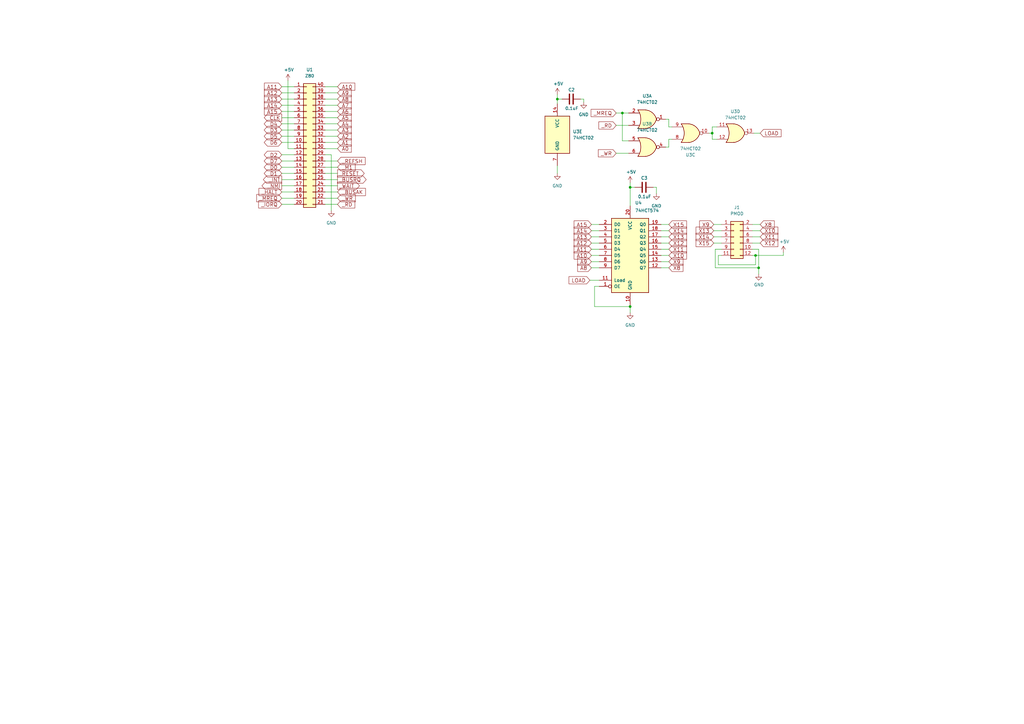
<source format=kicad_sch>
(kicad_sch (version 20230121) (generator eeschema)

  (uuid 8f2086ed-7626-4b25-b93d-cb3d8d4f72ba)

  (paper "A3")

  (title_block
    (title "TRS-IO-XRAY M1")
    (date "2021-11-09")
    (rev "V1.2-XRAY")
    (comment 3 "Title: TRS-IO-XRAY for the TRS-80 Model 1")
    (comment 4 "Author: Arno Puder")
  )

  (lib_symbols
    (symbol "74xx:74HCT02" (pin_names (offset 1.016)) (in_bom yes) (on_board yes)
      (property "Reference" "U" (at 0 1.27 0)
        (effects (font (size 1.27 1.27)))
      )
      (property "Value" "74HCT02" (at 0 -1.27 0)
        (effects (font (size 1.27 1.27)))
      )
      (property "Footprint" "" (at 0 0 0)
        (effects (font (size 1.27 1.27)) hide)
      )
      (property "Datasheet" "http://www.ti.com/lit/gpn/sn74hct02" (at 0 0 0)
        (effects (font (size 1.27 1.27)) hide)
      )
      (property "ki_locked" "" (at 0 0 0)
        (effects (font (size 1.27 1.27)))
      )
      (property "ki_keywords" "HCTMOS Nor2" (at 0 0 0)
        (effects (font (size 1.27 1.27)) hide)
      )
      (property "ki_description" "quad 2-input NOR gate" (at 0 0 0)
        (effects (font (size 1.27 1.27)) hide)
      )
      (property "ki_fp_filters" "SO14* DIP*W7.62mm*" (at 0 0 0)
        (effects (font (size 1.27 1.27)) hide)
      )
      (symbol "74HCT02_1_1"
        (arc (start -3.81 -3.81) (mid -2.589 0) (end -3.81 3.81)
          (stroke (width 0.254) (type default))
          (fill (type none))
        )
        (arc (start -0.6096 -3.81) (mid 2.1855 -2.584) (end 3.81 0)
          (stroke (width 0.254) (type default))
          (fill (type background))
        )
        (polyline
          (pts
            (xy -3.81 -3.81)
            (xy -0.635 -3.81)
          )
          (stroke (width 0.254) (type default))
          (fill (type background))
        )
        (polyline
          (pts
            (xy -3.81 3.81)
            (xy -0.635 3.81)
          )
          (stroke (width 0.254) (type default))
          (fill (type background))
        )
        (polyline
          (pts
            (xy -0.635 3.81)
            (xy -3.81 3.81)
            (xy -3.81 3.81)
            (xy -3.556 3.4036)
            (xy -3.0226 2.2606)
            (xy -2.6924 1.0414)
            (xy -2.6162 -0.254)
            (xy -2.7686 -1.4986)
            (xy -3.175 -2.7178)
            (xy -3.81 -3.81)
            (xy -3.81 -3.81)
            (xy -0.635 -3.81)
          )
          (stroke (width -25.4) (type default))
          (fill (type background))
        )
        (arc (start 3.81 0) (mid 2.1928 2.5925) (end -0.6096 3.81)
          (stroke (width 0.254) (type default))
          (fill (type background))
        )
        (pin output inverted (at 7.62 0 180) (length 3.81)
          (name "~" (effects (font (size 1.27 1.27))))
          (number "1" (effects (font (size 1.27 1.27))))
        )
        (pin input line (at -7.62 2.54 0) (length 4.318)
          (name "~" (effects (font (size 1.27 1.27))))
          (number "2" (effects (font (size 1.27 1.27))))
        )
        (pin input line (at -7.62 -2.54 0) (length 4.318)
          (name "~" (effects (font (size 1.27 1.27))))
          (number "3" (effects (font (size 1.27 1.27))))
        )
      )
      (symbol "74HCT02_1_2"
        (arc (start 0 -3.81) (mid 3.7934 0) (end 0 3.81)
          (stroke (width 0.254) (type default))
          (fill (type background))
        )
        (polyline
          (pts
            (xy 0 3.81)
            (xy -3.81 3.81)
            (xy -3.81 -3.81)
            (xy 0 -3.81)
          )
          (stroke (width 0.254) (type default))
          (fill (type background))
        )
        (pin output line (at 7.62 0 180) (length 3.81)
          (name "~" (effects (font (size 1.27 1.27))))
          (number "1" (effects (font (size 1.27 1.27))))
        )
        (pin input inverted (at -7.62 2.54 0) (length 3.81)
          (name "~" (effects (font (size 1.27 1.27))))
          (number "2" (effects (font (size 1.27 1.27))))
        )
        (pin input inverted (at -7.62 -2.54 0) (length 3.81)
          (name "~" (effects (font (size 1.27 1.27))))
          (number "3" (effects (font (size 1.27 1.27))))
        )
      )
      (symbol "74HCT02_2_1"
        (arc (start -3.81 -3.81) (mid -2.589 0) (end -3.81 3.81)
          (stroke (width 0.254) (type default))
          (fill (type none))
        )
        (arc (start -0.6096 -3.81) (mid 2.1855 -2.584) (end 3.81 0)
          (stroke (width 0.254) (type default))
          (fill (type background))
        )
        (polyline
          (pts
            (xy -3.81 -3.81)
            (xy -0.635 -3.81)
          )
          (stroke (width 0.254) (type default))
          (fill (type background))
        )
        (polyline
          (pts
            (xy -3.81 3.81)
            (xy -0.635 3.81)
          )
          (stroke (width 0.254) (type default))
          (fill (type background))
        )
        (polyline
          (pts
            (xy -0.635 3.81)
            (xy -3.81 3.81)
            (xy -3.81 3.81)
            (xy -3.556 3.4036)
            (xy -3.0226 2.2606)
            (xy -2.6924 1.0414)
            (xy -2.6162 -0.254)
            (xy -2.7686 -1.4986)
            (xy -3.175 -2.7178)
            (xy -3.81 -3.81)
            (xy -3.81 -3.81)
            (xy -0.635 -3.81)
          )
          (stroke (width -25.4) (type default))
          (fill (type background))
        )
        (arc (start 3.81 0) (mid 2.1928 2.5925) (end -0.6096 3.81)
          (stroke (width 0.254) (type default))
          (fill (type background))
        )
        (pin output inverted (at 7.62 0 180) (length 3.81)
          (name "~" (effects (font (size 1.27 1.27))))
          (number "4" (effects (font (size 1.27 1.27))))
        )
        (pin input line (at -7.62 2.54 0) (length 4.318)
          (name "~" (effects (font (size 1.27 1.27))))
          (number "5" (effects (font (size 1.27 1.27))))
        )
        (pin input line (at -7.62 -2.54 0) (length 4.318)
          (name "~" (effects (font (size 1.27 1.27))))
          (number "6" (effects (font (size 1.27 1.27))))
        )
      )
      (symbol "74HCT02_2_2"
        (arc (start 0 -3.81) (mid 3.7934 0) (end 0 3.81)
          (stroke (width 0.254) (type default))
          (fill (type background))
        )
        (polyline
          (pts
            (xy 0 3.81)
            (xy -3.81 3.81)
            (xy -3.81 -3.81)
            (xy 0 -3.81)
          )
          (stroke (width 0.254) (type default))
          (fill (type background))
        )
        (pin output line (at 7.62 0 180) (length 3.81)
          (name "~" (effects (font (size 1.27 1.27))))
          (number "4" (effects (font (size 1.27 1.27))))
        )
        (pin input inverted (at -7.62 2.54 0) (length 3.81)
          (name "~" (effects (font (size 1.27 1.27))))
          (number "5" (effects (font (size 1.27 1.27))))
        )
        (pin input inverted (at -7.62 -2.54 0) (length 3.81)
          (name "~" (effects (font (size 1.27 1.27))))
          (number "6" (effects (font (size 1.27 1.27))))
        )
      )
      (symbol "74HCT02_3_1"
        (arc (start -3.81 -3.81) (mid -2.589 0) (end -3.81 3.81)
          (stroke (width 0.254) (type default))
          (fill (type none))
        )
        (arc (start -0.6096 -3.81) (mid 2.1855 -2.584) (end 3.81 0)
          (stroke (width 0.254) (type default))
          (fill (type background))
        )
        (polyline
          (pts
            (xy -3.81 -3.81)
            (xy -0.635 -3.81)
          )
          (stroke (width 0.254) (type default))
          (fill (type background))
        )
        (polyline
          (pts
            (xy -3.81 3.81)
            (xy -0.635 3.81)
          )
          (stroke (width 0.254) (type default))
          (fill (type background))
        )
        (polyline
          (pts
            (xy -0.635 3.81)
            (xy -3.81 3.81)
            (xy -3.81 3.81)
            (xy -3.556 3.4036)
            (xy -3.0226 2.2606)
            (xy -2.6924 1.0414)
            (xy -2.6162 -0.254)
            (xy -2.7686 -1.4986)
            (xy -3.175 -2.7178)
            (xy -3.81 -3.81)
            (xy -3.81 -3.81)
            (xy -0.635 -3.81)
          )
          (stroke (width -25.4) (type default))
          (fill (type background))
        )
        (arc (start 3.81 0) (mid 2.1928 2.5925) (end -0.6096 3.81)
          (stroke (width 0.254) (type default))
          (fill (type background))
        )
        (pin output inverted (at 7.62 0 180) (length 3.81)
          (name "~" (effects (font (size 1.27 1.27))))
          (number "10" (effects (font (size 1.27 1.27))))
        )
        (pin input line (at -7.62 2.54 0) (length 4.318)
          (name "~" (effects (font (size 1.27 1.27))))
          (number "8" (effects (font (size 1.27 1.27))))
        )
        (pin input line (at -7.62 -2.54 0) (length 4.318)
          (name "~" (effects (font (size 1.27 1.27))))
          (number "9" (effects (font (size 1.27 1.27))))
        )
      )
      (symbol "74HCT02_3_2"
        (arc (start 0 -3.81) (mid 3.7934 0) (end 0 3.81)
          (stroke (width 0.254) (type default))
          (fill (type background))
        )
        (polyline
          (pts
            (xy 0 3.81)
            (xy -3.81 3.81)
            (xy -3.81 -3.81)
            (xy 0 -3.81)
          )
          (stroke (width 0.254) (type default))
          (fill (type background))
        )
        (pin output line (at 7.62 0 180) (length 3.81)
          (name "~" (effects (font (size 1.27 1.27))))
          (number "10" (effects (font (size 1.27 1.27))))
        )
        (pin input inverted (at -7.62 2.54 0) (length 3.81)
          (name "~" (effects (font (size 1.27 1.27))))
          (number "8" (effects (font (size 1.27 1.27))))
        )
        (pin input inverted (at -7.62 -2.54 0) (length 3.81)
          (name "~" (effects (font (size 1.27 1.27))))
          (number "9" (effects (font (size 1.27 1.27))))
        )
      )
      (symbol "74HCT02_4_1"
        (arc (start -3.81 -3.81) (mid -2.589 0) (end -3.81 3.81)
          (stroke (width 0.254) (type default))
          (fill (type none))
        )
        (arc (start -0.6096 -3.81) (mid 2.1855 -2.584) (end 3.81 0)
          (stroke (width 0.254) (type default))
          (fill (type background))
        )
        (polyline
          (pts
            (xy -3.81 -3.81)
            (xy -0.635 -3.81)
          )
          (stroke (width 0.254) (type default))
          (fill (type background))
        )
        (polyline
          (pts
            (xy -3.81 3.81)
            (xy -0.635 3.81)
          )
          (stroke (width 0.254) (type default))
          (fill (type background))
        )
        (polyline
          (pts
            (xy -0.635 3.81)
            (xy -3.81 3.81)
            (xy -3.81 3.81)
            (xy -3.556 3.4036)
            (xy -3.0226 2.2606)
            (xy -2.6924 1.0414)
            (xy -2.6162 -0.254)
            (xy -2.7686 -1.4986)
            (xy -3.175 -2.7178)
            (xy -3.81 -3.81)
            (xy -3.81 -3.81)
            (xy -0.635 -3.81)
          )
          (stroke (width -25.4) (type default))
          (fill (type background))
        )
        (arc (start 3.81 0) (mid 2.1928 2.5925) (end -0.6096 3.81)
          (stroke (width 0.254) (type default))
          (fill (type background))
        )
        (pin input line (at -7.62 2.54 0) (length 4.318)
          (name "~" (effects (font (size 1.27 1.27))))
          (number "11" (effects (font (size 1.27 1.27))))
        )
        (pin input line (at -7.62 -2.54 0) (length 4.318)
          (name "~" (effects (font (size 1.27 1.27))))
          (number "12" (effects (font (size 1.27 1.27))))
        )
        (pin output inverted (at 7.62 0 180) (length 3.81)
          (name "~" (effects (font (size 1.27 1.27))))
          (number "13" (effects (font (size 1.27 1.27))))
        )
      )
      (symbol "74HCT02_4_2"
        (arc (start 0 -3.81) (mid 3.7934 0) (end 0 3.81)
          (stroke (width 0.254) (type default))
          (fill (type background))
        )
        (polyline
          (pts
            (xy 0 3.81)
            (xy -3.81 3.81)
            (xy -3.81 -3.81)
            (xy 0 -3.81)
          )
          (stroke (width 0.254) (type default))
          (fill (type background))
        )
        (pin input inverted (at -7.62 2.54 0) (length 3.81)
          (name "~" (effects (font (size 1.27 1.27))))
          (number "11" (effects (font (size 1.27 1.27))))
        )
        (pin input inverted (at -7.62 -2.54 0) (length 3.81)
          (name "~" (effects (font (size 1.27 1.27))))
          (number "12" (effects (font (size 1.27 1.27))))
        )
        (pin output line (at 7.62 0 180) (length 3.81)
          (name "~" (effects (font (size 1.27 1.27))))
          (number "13" (effects (font (size 1.27 1.27))))
        )
      )
      (symbol "74HCT02_5_0"
        (pin power_in line (at 0 12.7 270) (length 5.08)
          (name "VCC" (effects (font (size 1.27 1.27))))
          (number "14" (effects (font (size 1.27 1.27))))
        )
        (pin power_in line (at 0 -12.7 90) (length 5.08)
          (name "GND" (effects (font (size 1.27 1.27))))
          (number "7" (effects (font (size 1.27 1.27))))
        )
      )
      (symbol "74HCT02_5_1"
        (rectangle (start -5.08 7.62) (end 5.08 -7.62)
          (stroke (width 0.254) (type default))
          (fill (type background))
        )
      )
    )
    (symbol "74xx:74LS573" (pin_names (offset 1.016)) (in_bom yes) (on_board yes)
      (property "Reference" "U" (at -7.62 16.51 0)
        (effects (font (size 1.27 1.27)))
      )
      (property "Value" "74LS573" (at -7.62 -16.51 0)
        (effects (font (size 1.27 1.27)))
      )
      (property "Footprint" "" (at 0 0 0)
        (effects (font (size 1.27 1.27)) hide)
      )
      (property "Datasheet" "74xx/74hc573.pdf" (at 0 0 0)
        (effects (font (size 1.27 1.27)) hide)
      )
      (property "ki_locked" "" (at 0 0 0)
        (effects (font (size 1.27 1.27)))
      )
      (property "ki_keywords" "TTL DFF DFF8 LATCH 3State" (at 0 0 0)
        (effects (font (size 1.27 1.27)) hide)
      )
      (property "ki_description" "8-bit Latch 3-state outputs" (at 0 0 0)
        (effects (font (size 1.27 1.27)) hide)
      )
      (property "ki_fp_filters" "DIP?20*" (at 0 0 0)
        (effects (font (size 1.27 1.27)) hide)
      )
      (symbol "74LS573_1_0"
        (pin input inverted (at -12.7 -12.7 0) (length 5.08)
          (name "OE" (effects (font (size 1.27 1.27))))
          (number "1" (effects (font (size 1.27 1.27))))
        )
        (pin power_in line (at 0 -20.32 90) (length 5.08)
          (name "GND" (effects (font (size 1.27 1.27))))
          (number "10" (effects (font (size 1.27 1.27))))
        )
        (pin input line (at -12.7 -10.16 0) (length 5.08)
          (name "Load" (effects (font (size 1.27 1.27))))
          (number "11" (effects (font (size 1.27 1.27))))
        )
        (pin tri_state line (at 12.7 -5.08 180) (length 5.08)
          (name "Q7" (effects (font (size 1.27 1.27))))
          (number "12" (effects (font (size 1.27 1.27))))
        )
        (pin tri_state line (at 12.7 -2.54 180) (length 5.08)
          (name "Q6" (effects (font (size 1.27 1.27))))
          (number "13" (effects (font (size 1.27 1.27))))
        )
        (pin tri_state line (at 12.7 0 180) (length 5.08)
          (name "Q5" (effects (font (size 1.27 1.27))))
          (number "14" (effects (font (size 1.27 1.27))))
        )
        (pin tri_state line (at 12.7 2.54 180) (length 5.08)
          (name "Q4" (effects (font (size 1.27 1.27))))
          (number "15" (effects (font (size 1.27 1.27))))
        )
        (pin tri_state line (at 12.7 5.08 180) (length 5.08)
          (name "Q3" (effects (font (size 1.27 1.27))))
          (number "16" (effects (font (size 1.27 1.27))))
        )
        (pin tri_state line (at 12.7 7.62 180) (length 5.08)
          (name "Q2" (effects (font (size 1.27 1.27))))
          (number "17" (effects (font (size 1.27 1.27))))
        )
        (pin tri_state line (at 12.7 10.16 180) (length 5.08)
          (name "Q1" (effects (font (size 1.27 1.27))))
          (number "18" (effects (font (size 1.27 1.27))))
        )
        (pin tri_state line (at 12.7 12.7 180) (length 5.08)
          (name "Q0" (effects (font (size 1.27 1.27))))
          (number "19" (effects (font (size 1.27 1.27))))
        )
        (pin input line (at -12.7 12.7 0) (length 5.08)
          (name "D0" (effects (font (size 1.27 1.27))))
          (number "2" (effects (font (size 1.27 1.27))))
        )
        (pin power_in line (at 0 20.32 270) (length 5.08)
          (name "VCC" (effects (font (size 1.27 1.27))))
          (number "20" (effects (font (size 1.27 1.27))))
        )
        (pin input line (at -12.7 10.16 0) (length 5.08)
          (name "D1" (effects (font (size 1.27 1.27))))
          (number "3" (effects (font (size 1.27 1.27))))
        )
        (pin input line (at -12.7 7.62 0) (length 5.08)
          (name "D2" (effects (font (size 1.27 1.27))))
          (number "4" (effects (font (size 1.27 1.27))))
        )
        (pin input line (at -12.7 5.08 0) (length 5.08)
          (name "D3" (effects (font (size 1.27 1.27))))
          (number "5" (effects (font (size 1.27 1.27))))
        )
        (pin input line (at -12.7 2.54 0) (length 5.08)
          (name "D4" (effects (font (size 1.27 1.27))))
          (number "6" (effects (font (size 1.27 1.27))))
        )
        (pin input line (at -12.7 0 0) (length 5.08)
          (name "D5" (effects (font (size 1.27 1.27))))
          (number "7" (effects (font (size 1.27 1.27))))
        )
        (pin input line (at -12.7 -2.54 0) (length 5.08)
          (name "D6" (effects (font (size 1.27 1.27))))
          (number "8" (effects (font (size 1.27 1.27))))
        )
        (pin input line (at -12.7 -5.08 0) (length 5.08)
          (name "D7" (effects (font (size 1.27 1.27))))
          (number "9" (effects (font (size 1.27 1.27))))
        )
      )
      (symbol "74LS573_1_1"
        (rectangle (start -7.62 15.24) (end 7.62 -15.24)
          (stroke (width 0.254) (type default))
          (fill (type background))
        )
      )
    )
    (symbol "Connector_Generic:Conn_02x06_Odd_Even" (pin_names (offset 1.016) hide) (in_bom yes) (on_board yes)
      (property "Reference" "J" (at 1.27 7.62 0)
        (effects (font (size 1.27 1.27)))
      )
      (property "Value" "Conn_02x06_Odd_Even" (at 1.27 -10.16 0)
        (effects (font (size 1.27 1.27)))
      )
      (property "Footprint" "" (at 0 0 0)
        (effects (font (size 1.27 1.27)) hide)
      )
      (property "Datasheet" "~" (at 0 0 0)
        (effects (font (size 1.27 1.27)) hide)
      )
      (property "ki_keywords" "connector" (at 0 0 0)
        (effects (font (size 1.27 1.27)) hide)
      )
      (property "ki_description" "Generic connector, double row, 02x06, odd/even pin numbering scheme (row 1 odd numbers, row 2 even numbers), script generated (kicad-library-utils/schlib/autogen/connector/)" (at 0 0 0)
        (effects (font (size 1.27 1.27)) hide)
      )
      (property "ki_fp_filters" "Connector*:*_2x??_*" (at 0 0 0)
        (effects (font (size 1.27 1.27)) hide)
      )
      (symbol "Conn_02x06_Odd_Even_1_1"
        (rectangle (start -1.27 -7.493) (end 0 -7.747)
          (stroke (width 0.1524) (type default))
          (fill (type none))
        )
        (rectangle (start -1.27 -4.953) (end 0 -5.207)
          (stroke (width 0.1524) (type default))
          (fill (type none))
        )
        (rectangle (start -1.27 -2.413) (end 0 -2.667)
          (stroke (width 0.1524) (type default))
          (fill (type none))
        )
        (rectangle (start -1.27 0.127) (end 0 -0.127)
          (stroke (width 0.1524) (type default))
          (fill (type none))
        )
        (rectangle (start -1.27 2.667) (end 0 2.413)
          (stroke (width 0.1524) (type default))
          (fill (type none))
        )
        (rectangle (start -1.27 5.207) (end 0 4.953)
          (stroke (width 0.1524) (type default))
          (fill (type none))
        )
        (rectangle (start -1.27 6.35) (end 3.81 -8.89)
          (stroke (width 0.254) (type default))
          (fill (type background))
        )
        (rectangle (start 3.81 -7.493) (end 2.54 -7.747)
          (stroke (width 0.1524) (type default))
          (fill (type none))
        )
        (rectangle (start 3.81 -4.953) (end 2.54 -5.207)
          (stroke (width 0.1524) (type default))
          (fill (type none))
        )
        (rectangle (start 3.81 -2.413) (end 2.54 -2.667)
          (stroke (width 0.1524) (type default))
          (fill (type none))
        )
        (rectangle (start 3.81 0.127) (end 2.54 -0.127)
          (stroke (width 0.1524) (type default))
          (fill (type none))
        )
        (rectangle (start 3.81 2.667) (end 2.54 2.413)
          (stroke (width 0.1524) (type default))
          (fill (type none))
        )
        (rectangle (start 3.81 5.207) (end 2.54 4.953)
          (stroke (width 0.1524) (type default))
          (fill (type none))
        )
        (pin passive line (at -5.08 5.08 0) (length 3.81)
          (name "Pin_1" (effects (font (size 1.27 1.27))))
          (number "1" (effects (font (size 1.27 1.27))))
        )
        (pin passive line (at 7.62 -5.08 180) (length 3.81)
          (name "Pin_10" (effects (font (size 1.27 1.27))))
          (number "10" (effects (font (size 1.27 1.27))))
        )
        (pin passive line (at -5.08 -7.62 0) (length 3.81)
          (name "Pin_11" (effects (font (size 1.27 1.27))))
          (number "11" (effects (font (size 1.27 1.27))))
        )
        (pin passive line (at 7.62 -7.62 180) (length 3.81)
          (name "Pin_12" (effects (font (size 1.27 1.27))))
          (number "12" (effects (font (size 1.27 1.27))))
        )
        (pin passive line (at 7.62 5.08 180) (length 3.81)
          (name "Pin_2" (effects (font (size 1.27 1.27))))
          (number "2" (effects (font (size 1.27 1.27))))
        )
        (pin passive line (at -5.08 2.54 0) (length 3.81)
          (name "Pin_3" (effects (font (size 1.27 1.27))))
          (number "3" (effects (font (size 1.27 1.27))))
        )
        (pin passive line (at 7.62 2.54 180) (length 3.81)
          (name "Pin_4" (effects (font (size 1.27 1.27))))
          (number "4" (effects (font (size 1.27 1.27))))
        )
        (pin passive line (at -5.08 0 0) (length 3.81)
          (name "Pin_5" (effects (font (size 1.27 1.27))))
          (number "5" (effects (font (size 1.27 1.27))))
        )
        (pin passive line (at 7.62 0 180) (length 3.81)
          (name "Pin_6" (effects (font (size 1.27 1.27))))
          (number "6" (effects (font (size 1.27 1.27))))
        )
        (pin passive line (at -5.08 -2.54 0) (length 3.81)
          (name "Pin_7" (effects (font (size 1.27 1.27))))
          (number "7" (effects (font (size 1.27 1.27))))
        )
        (pin passive line (at 7.62 -2.54 180) (length 3.81)
          (name "Pin_8" (effects (font (size 1.27 1.27))))
          (number "8" (effects (font (size 1.27 1.27))))
        )
        (pin passive line (at -5.08 -5.08 0) (length 3.81)
          (name "Pin_9" (effects (font (size 1.27 1.27))))
          (number "9" (effects (font (size 1.27 1.27))))
        )
      )
    )
    (symbol "Connector_Generic:Conn_02x20_Counter_Clockwise" (pin_names (offset 1.016) hide) (in_bom yes) (on_board yes)
      (property "Reference" "J" (at 1.27 25.4 0)
        (effects (font (size 1.27 1.27)))
      )
      (property "Value" "Conn_02x20_Counter_Clockwise" (at 1.27 -27.94 0)
        (effects (font (size 1.27 1.27)))
      )
      (property "Footprint" "" (at 0 0 0)
        (effects (font (size 1.27 1.27)) hide)
      )
      (property "Datasheet" "~" (at 0 0 0)
        (effects (font (size 1.27 1.27)) hide)
      )
      (property "ki_keywords" "connector" (at 0 0 0)
        (effects (font (size 1.27 1.27)) hide)
      )
      (property "ki_description" "Generic connector, double row, 02x20, counter clockwise pin numbering scheme (similar to DIP packge numbering), script generated (kicad-library-utils/schlib/autogen/connector/)" (at 0 0 0)
        (effects (font (size 1.27 1.27)) hide)
      )
      (property "ki_fp_filters" "Connector*:*_2x??_*" (at 0 0 0)
        (effects (font (size 1.27 1.27)) hide)
      )
      (symbol "Conn_02x20_Counter_Clockwise_1_1"
        (rectangle (start -1.27 -25.273) (end 0 -25.527)
          (stroke (width 0.1524) (type default))
          (fill (type none))
        )
        (rectangle (start -1.27 -22.733) (end 0 -22.987)
          (stroke (width 0.1524) (type default))
          (fill (type none))
        )
        (rectangle (start -1.27 -20.193) (end 0 -20.447)
          (stroke (width 0.1524) (type default))
          (fill (type none))
        )
        (rectangle (start -1.27 -17.653) (end 0 -17.907)
          (stroke (width 0.1524) (type default))
          (fill (type none))
        )
        (rectangle (start -1.27 -15.113) (end 0 -15.367)
          (stroke (width 0.1524) (type default))
          (fill (type none))
        )
        (rectangle (start -1.27 -12.573) (end 0 -12.827)
          (stroke (width 0.1524) (type default))
          (fill (type none))
        )
        (rectangle (start -1.27 -10.033) (end 0 -10.287)
          (stroke (width 0.1524) (type default))
          (fill (type none))
        )
        (rectangle (start -1.27 -7.493) (end 0 -7.747)
          (stroke (width 0.1524) (type default))
          (fill (type none))
        )
        (rectangle (start -1.27 -4.953) (end 0 -5.207)
          (stroke (width 0.1524) (type default))
          (fill (type none))
        )
        (rectangle (start -1.27 -2.413) (end 0 -2.667)
          (stroke (width 0.1524) (type default))
          (fill (type none))
        )
        (rectangle (start -1.27 0.127) (end 0 -0.127)
          (stroke (width 0.1524) (type default))
          (fill (type none))
        )
        (rectangle (start -1.27 2.667) (end 0 2.413)
          (stroke (width 0.1524) (type default))
          (fill (type none))
        )
        (rectangle (start -1.27 5.207) (end 0 4.953)
          (stroke (width 0.1524) (type default))
          (fill (type none))
        )
        (rectangle (start -1.27 7.747) (end 0 7.493)
          (stroke (width 0.1524) (type default))
          (fill (type none))
        )
        (rectangle (start -1.27 10.287) (end 0 10.033)
          (stroke (width 0.1524) (type default))
          (fill (type none))
        )
        (rectangle (start -1.27 12.827) (end 0 12.573)
          (stroke (width 0.1524) (type default))
          (fill (type none))
        )
        (rectangle (start -1.27 15.367) (end 0 15.113)
          (stroke (width 0.1524) (type default))
          (fill (type none))
        )
        (rectangle (start -1.27 17.907) (end 0 17.653)
          (stroke (width 0.1524) (type default))
          (fill (type none))
        )
        (rectangle (start -1.27 20.447) (end 0 20.193)
          (stroke (width 0.1524) (type default))
          (fill (type none))
        )
        (rectangle (start -1.27 22.987) (end 0 22.733)
          (stroke (width 0.1524) (type default))
          (fill (type none))
        )
        (rectangle (start -1.27 24.13) (end 3.81 -26.67)
          (stroke (width 0.254) (type default))
          (fill (type background))
        )
        (rectangle (start 3.81 -25.273) (end 2.54 -25.527)
          (stroke (width 0.1524) (type default))
          (fill (type none))
        )
        (rectangle (start 3.81 -22.733) (end 2.54 -22.987)
          (stroke (width 0.1524) (type default))
          (fill (type none))
        )
        (rectangle (start 3.81 -20.193) (end 2.54 -20.447)
          (stroke (width 0.1524) (type default))
          (fill (type none))
        )
        (rectangle (start 3.81 -17.653) (end 2.54 -17.907)
          (stroke (width 0.1524) (type default))
          (fill (type none))
        )
        (rectangle (start 3.81 -15.113) (end 2.54 -15.367)
          (stroke (width 0.1524) (type default))
          (fill (type none))
        )
        (rectangle (start 3.81 -12.573) (end 2.54 -12.827)
          (stroke (width 0.1524) (type default))
          (fill (type none))
        )
        (rectangle (start 3.81 -10.033) (end 2.54 -10.287)
          (stroke (width 0.1524) (type default))
          (fill (type none))
        )
        (rectangle (start 3.81 -7.493) (end 2.54 -7.747)
          (stroke (width 0.1524) (type default))
          (fill (type none))
        )
        (rectangle (start 3.81 -4.953) (end 2.54 -5.207)
          (stroke (width 0.1524) (type default))
          (fill (type none))
        )
        (rectangle (start 3.81 -2.413) (end 2.54 -2.667)
          (stroke (width 0.1524) (type default))
          (fill (type none))
        )
        (rectangle (start 3.81 0.127) (end 2.54 -0.127)
          (stroke (width 0.1524) (type default))
          (fill (type none))
        )
        (rectangle (start 3.81 2.667) (end 2.54 2.413)
          (stroke (width 0.1524) (type default))
          (fill (type none))
        )
        (rectangle (start 3.81 5.207) (end 2.54 4.953)
          (stroke (width 0.1524) (type default))
          (fill (type none))
        )
        (rectangle (start 3.81 7.747) (end 2.54 7.493)
          (stroke (width 0.1524) (type default))
          (fill (type none))
        )
        (rectangle (start 3.81 10.287) (end 2.54 10.033)
          (stroke (width 0.1524) (type default))
          (fill (type none))
        )
        (rectangle (start 3.81 12.827) (end 2.54 12.573)
          (stroke (width 0.1524) (type default))
          (fill (type none))
        )
        (rectangle (start 3.81 15.367) (end 2.54 15.113)
          (stroke (width 0.1524) (type default))
          (fill (type none))
        )
        (rectangle (start 3.81 17.907) (end 2.54 17.653)
          (stroke (width 0.1524) (type default))
          (fill (type none))
        )
        (rectangle (start 3.81 20.447) (end 2.54 20.193)
          (stroke (width 0.1524) (type default))
          (fill (type none))
        )
        (rectangle (start 3.81 22.987) (end 2.54 22.733)
          (stroke (width 0.1524) (type default))
          (fill (type none))
        )
        (pin passive line (at -5.08 22.86 0) (length 3.81)
          (name "Pin_1" (effects (font (size 1.27 1.27))))
          (number "1" (effects (font (size 1.27 1.27))))
        )
        (pin passive line (at -5.08 0 0) (length 3.81)
          (name "Pin_10" (effects (font (size 1.27 1.27))))
          (number "10" (effects (font (size 1.27 1.27))))
        )
        (pin passive line (at -5.08 -2.54 0) (length 3.81)
          (name "Pin_11" (effects (font (size 1.27 1.27))))
          (number "11" (effects (font (size 1.27 1.27))))
        )
        (pin passive line (at -5.08 -5.08 0) (length 3.81)
          (name "Pin_12" (effects (font (size 1.27 1.27))))
          (number "12" (effects (font (size 1.27 1.27))))
        )
        (pin passive line (at -5.08 -7.62 0) (length 3.81)
          (name "Pin_13" (effects (font (size 1.27 1.27))))
          (number "13" (effects (font (size 1.27 1.27))))
        )
        (pin passive line (at -5.08 -10.16 0) (length 3.81)
          (name "Pin_14" (effects (font (size 1.27 1.27))))
          (number "14" (effects (font (size 1.27 1.27))))
        )
        (pin passive line (at -5.08 -12.7 0) (length 3.81)
          (name "Pin_15" (effects (font (size 1.27 1.27))))
          (number "15" (effects (font (size 1.27 1.27))))
        )
        (pin passive line (at -5.08 -15.24 0) (length 3.81)
          (name "Pin_16" (effects (font (size 1.27 1.27))))
          (number "16" (effects (font (size 1.27 1.27))))
        )
        (pin passive line (at -5.08 -17.78 0) (length 3.81)
          (name "Pin_17" (effects (font (size 1.27 1.27))))
          (number "17" (effects (font (size 1.27 1.27))))
        )
        (pin passive line (at -5.08 -20.32 0) (length 3.81)
          (name "Pin_18" (effects (font (size 1.27 1.27))))
          (number "18" (effects (font (size 1.27 1.27))))
        )
        (pin passive line (at -5.08 -22.86 0) (length 3.81)
          (name "Pin_19" (effects (font (size 1.27 1.27))))
          (number "19" (effects (font (size 1.27 1.27))))
        )
        (pin passive line (at -5.08 20.32 0) (length 3.81)
          (name "Pin_2" (effects (font (size 1.27 1.27))))
          (number "2" (effects (font (size 1.27 1.27))))
        )
        (pin passive line (at -5.08 -25.4 0) (length 3.81)
          (name "Pin_20" (effects (font (size 1.27 1.27))))
          (number "20" (effects (font (size 1.27 1.27))))
        )
        (pin passive line (at 7.62 -25.4 180) (length 3.81)
          (name "Pin_21" (effects (font (size 1.27 1.27))))
          (number "21" (effects (font (size 1.27 1.27))))
        )
        (pin passive line (at 7.62 -22.86 180) (length 3.81)
          (name "Pin_22" (effects (font (size 1.27 1.27))))
          (number "22" (effects (font (size 1.27 1.27))))
        )
        (pin passive line (at 7.62 -20.32 180) (length 3.81)
          (name "Pin_23" (effects (font (size 1.27 1.27))))
          (number "23" (effects (font (size 1.27 1.27))))
        )
        (pin passive line (at 7.62 -17.78 180) (length 3.81)
          (name "Pin_24" (effects (font (size 1.27 1.27))))
          (number "24" (effects (font (size 1.27 1.27))))
        )
        (pin passive line (at 7.62 -15.24 180) (length 3.81)
          (name "Pin_25" (effects (font (size 1.27 1.27))))
          (number "25" (effects (font (size 1.27 1.27))))
        )
        (pin passive line (at 7.62 -12.7 180) (length 3.81)
          (name "Pin_26" (effects (font (size 1.27 1.27))))
          (number "26" (effects (font (size 1.27 1.27))))
        )
        (pin passive line (at 7.62 -10.16 180) (length 3.81)
          (name "Pin_27" (effects (font (size 1.27 1.27))))
          (number "27" (effects (font (size 1.27 1.27))))
        )
        (pin passive line (at 7.62 -7.62 180) (length 3.81)
          (name "Pin_28" (effects (font (size 1.27 1.27))))
          (number "28" (effects (font (size 1.27 1.27))))
        )
        (pin passive line (at 7.62 -5.08 180) (length 3.81)
          (name "Pin_29" (effects (font (size 1.27 1.27))))
          (number "29" (effects (font (size 1.27 1.27))))
        )
        (pin passive line (at -5.08 17.78 0) (length 3.81)
          (name "Pin_3" (effects (font (size 1.27 1.27))))
          (number "3" (effects (font (size 1.27 1.27))))
        )
        (pin passive line (at 7.62 -2.54 180) (length 3.81)
          (name "Pin_30" (effects (font (size 1.27 1.27))))
          (number "30" (effects (font (size 1.27 1.27))))
        )
        (pin passive line (at 7.62 0 180) (length 3.81)
          (name "Pin_31" (effects (font (size 1.27 1.27))))
          (number "31" (effects (font (size 1.27 1.27))))
        )
        (pin passive line (at 7.62 2.54 180) (length 3.81)
          (name "Pin_32" (effects (font (size 1.27 1.27))))
          (number "32" (effects (font (size 1.27 1.27))))
        )
        (pin passive line (at 7.62 5.08 180) (length 3.81)
          (name "Pin_33" (effects (font (size 1.27 1.27))))
          (number "33" (effects (font (size 1.27 1.27))))
        )
        (pin passive line (at 7.62 7.62 180) (length 3.81)
          (name "Pin_34" (effects (font (size 1.27 1.27))))
          (number "34" (effects (font (size 1.27 1.27))))
        )
        (pin passive line (at 7.62 10.16 180) (length 3.81)
          (name "Pin_35" (effects (font (size 1.27 1.27))))
          (number "35" (effects (font (size 1.27 1.27))))
        )
        (pin passive line (at 7.62 12.7 180) (length 3.81)
          (name "Pin_36" (effects (font (size 1.27 1.27))))
          (number "36" (effects (font (size 1.27 1.27))))
        )
        (pin passive line (at 7.62 15.24 180) (length 3.81)
          (name "Pin_37" (effects (font (size 1.27 1.27))))
          (number "37" (effects (font (size 1.27 1.27))))
        )
        (pin passive line (at 7.62 17.78 180) (length 3.81)
          (name "Pin_38" (effects (font (size 1.27 1.27))))
          (number "38" (effects (font (size 1.27 1.27))))
        )
        (pin passive line (at 7.62 20.32 180) (length 3.81)
          (name "Pin_39" (effects (font (size 1.27 1.27))))
          (number "39" (effects (font (size 1.27 1.27))))
        )
        (pin passive line (at -5.08 15.24 0) (length 3.81)
          (name "Pin_4" (effects (font (size 1.27 1.27))))
          (number "4" (effects (font (size 1.27 1.27))))
        )
        (pin passive line (at 7.62 22.86 180) (length 3.81)
          (name "Pin_40" (effects (font (size 1.27 1.27))))
          (number "40" (effects (font (size 1.27 1.27))))
        )
        (pin passive line (at -5.08 12.7 0) (length 3.81)
          (name "Pin_5" (effects (font (size 1.27 1.27))))
          (number "5" (effects (font (size 1.27 1.27))))
        )
        (pin passive line (at -5.08 10.16 0) (length 3.81)
          (name "Pin_6" (effects (font (size 1.27 1.27))))
          (number "6" (effects (font (size 1.27 1.27))))
        )
        (pin passive line (at -5.08 7.62 0) (length 3.81)
          (name "Pin_7" (effects (font (size 1.27 1.27))))
          (number "7" (effects (font (size 1.27 1.27))))
        )
        (pin passive line (at -5.08 5.08 0) (length 3.81)
          (name "Pin_8" (effects (font (size 1.27 1.27))))
          (number "8" (effects (font (size 1.27 1.27))))
        )
        (pin passive line (at -5.08 2.54 0) (length 3.81)
          (name "Pin_9" (effects (font (size 1.27 1.27))))
          (number "9" (effects (font (size 1.27 1.27))))
        )
      )
    )
    (symbol "Device:C" (pin_numbers hide) (pin_names (offset 0.254)) (in_bom yes) (on_board yes)
      (property "Reference" "C" (at 0.635 2.54 0)
        (effects (font (size 1.27 1.27)) (justify left))
      )
      (property "Value" "C" (at 0.635 -2.54 0)
        (effects (font (size 1.27 1.27)) (justify left))
      )
      (property "Footprint" "" (at 0.9652 -3.81 0)
        (effects (font (size 1.27 1.27)) hide)
      )
      (property "Datasheet" "~" (at 0 0 0)
        (effects (font (size 1.27 1.27)) hide)
      )
      (property "ki_keywords" "cap capacitor" (at 0 0 0)
        (effects (font (size 1.27 1.27)) hide)
      )
      (property "ki_description" "Unpolarized capacitor" (at 0 0 0)
        (effects (font (size 1.27 1.27)) hide)
      )
      (property "ki_fp_filters" "C_*" (at 0 0 0)
        (effects (font (size 1.27 1.27)) hide)
      )
      (symbol "C_0_1"
        (polyline
          (pts
            (xy -2.032 -0.762)
            (xy 2.032 -0.762)
          )
          (stroke (width 0.508) (type default))
          (fill (type none))
        )
        (polyline
          (pts
            (xy -2.032 0.762)
            (xy 2.032 0.762)
          )
          (stroke (width 0.508) (type default))
          (fill (type none))
        )
      )
      (symbol "C_1_1"
        (pin passive line (at 0 3.81 270) (length 2.794)
          (name "~" (effects (font (size 1.27 1.27))))
          (number "1" (effects (font (size 1.27 1.27))))
        )
        (pin passive line (at 0 -3.81 90) (length 2.794)
          (name "~" (effects (font (size 1.27 1.27))))
          (number "2" (effects (font (size 1.27 1.27))))
        )
      )
    )
    (symbol "power:+5V" (power) (pin_names (offset 0)) (in_bom yes) (on_board yes)
      (property "Reference" "#PWR" (at 0 -3.81 0)
        (effects (font (size 1.27 1.27)) hide)
      )
      (property "Value" "+5V" (at 0 3.556 0)
        (effects (font (size 1.27 1.27)))
      )
      (property "Footprint" "" (at 0 0 0)
        (effects (font (size 1.27 1.27)) hide)
      )
      (property "Datasheet" "" (at 0 0 0)
        (effects (font (size 1.27 1.27)) hide)
      )
      (property "ki_keywords" "power-flag" (at 0 0 0)
        (effects (font (size 1.27 1.27)) hide)
      )
      (property "ki_description" "Power symbol creates a global label with name \"+5V\"" (at 0 0 0)
        (effects (font (size 1.27 1.27)) hide)
      )
      (symbol "+5V_0_1"
        (polyline
          (pts
            (xy -0.762 1.27)
            (xy 0 2.54)
          )
          (stroke (width 0) (type default))
          (fill (type none))
        )
        (polyline
          (pts
            (xy 0 0)
            (xy 0 2.54)
          )
          (stroke (width 0) (type default))
          (fill (type none))
        )
        (polyline
          (pts
            (xy 0 2.54)
            (xy 0.762 1.27)
          )
          (stroke (width 0) (type default))
          (fill (type none))
        )
      )
      (symbol "+5V_1_1"
        (pin power_in line (at 0 0 90) (length 0) hide
          (name "+5V" (effects (font (size 1.27 1.27))))
          (number "1" (effects (font (size 1.27 1.27))))
        )
      )
    )
    (symbol "power:GND" (power) (pin_names (offset 0)) (in_bom yes) (on_board yes)
      (property "Reference" "#PWR" (at 0 -6.35 0)
        (effects (font (size 1.27 1.27)) hide)
      )
      (property "Value" "GND" (at 0 -3.81 0)
        (effects (font (size 1.27 1.27)))
      )
      (property "Footprint" "" (at 0 0 0)
        (effects (font (size 1.27 1.27)) hide)
      )
      (property "Datasheet" "" (at 0 0 0)
        (effects (font (size 1.27 1.27)) hide)
      )
      (property "ki_keywords" "power-flag" (at 0 0 0)
        (effects (font (size 1.27 1.27)) hide)
      )
      (property "ki_description" "Power symbol creates a global label with name \"GND\" , ground" (at 0 0 0)
        (effects (font (size 1.27 1.27)) hide)
      )
      (symbol "GND_0_1"
        (polyline
          (pts
            (xy 0 0)
            (xy 0 -1.27)
            (xy 1.27 -1.27)
            (xy 0 -2.54)
            (xy -1.27 -1.27)
            (xy 0 -1.27)
          )
          (stroke (width 0) (type default))
          (fill (type none))
        )
      )
      (symbol "GND_1_1"
        (pin power_in line (at 0 0 270) (length 0) hide
          (name "GND" (effects (font (size 1.27 1.27))))
          (number "1" (effects (font (size 1.27 1.27))))
        )
      )
    )
  )

  (junction (at 309.88 104.775) (diameter 0) (color 0 0 0 0)
    (uuid 0b9d5d64-f93b-47d9-9d2f-b8c954c857ee)
  )
  (junction (at 311.15 109.855) (diameter 0) (color 0 0 0 0)
    (uuid 5f0d8d2b-41ab-41f4-96ec-56acd2e38bec)
  )
  (junction (at 258.445 125.73) (diameter 0) (color 0 0 0 0)
    (uuid 8b2d40cc-d0f2-40b4-8af9-751873492e61)
  )
  (junction (at 292.1 54.61) (diameter 0) (color 0 0 0 0)
    (uuid dba1b978-9fa0-4494-891c-69c65db7374e)
  )
  (junction (at 228.6 40.64) (diameter 0) (color 0 0 0 0)
    (uuid e46cd085-8b2d-4062-b49d-77c232510c9d)
  )
  (junction (at 258.445 76.835) (diameter 0) (color 0 0 0 0)
    (uuid f0bebbab-79bb-4bf2-8821-ef817ff26d95)
  )
  (junction (at 255.27 46.355) (diameter 0) (color 0 0 0 0)
    (uuid f3ef1f48-05eb-46a2-8fb5-f8adda5a161f)
  )

  (wire (pts (xy 245.745 107.315) (xy 242.57 107.315))
    (stroke (width 0) (type default))
    (uuid 02bf5fbe-2bc1-4989-8305-c0b5fb673da7)
  )
  (wire (pts (xy 274.32 52.07) (xy 275.59 52.07))
    (stroke (width 0) (type default))
    (uuid 03ec4134-fe08-4f2c-8d86-93aff11c1365)
  )
  (wire (pts (xy 133.35 81.28) (xy 138.43 81.28))
    (stroke (width 0) (type default))
    (uuid 045e2b02-bbb9-4128-b50f-816a961b17ef)
  )
  (wire (pts (xy 115.57 43.18) (xy 120.65 43.18))
    (stroke (width 0) (type default))
    (uuid 05c31076-da2c-45da-9c66-4c7e663f0d51)
  )
  (wire (pts (xy 273.05 48.895) (xy 274.32 48.895))
    (stroke (width 0) (type default))
    (uuid 07b52285-966d-4d71-bf42-ee96917c4a19)
  )
  (wire (pts (xy 252.73 51.435) (xy 257.81 51.435))
    (stroke (width 0) (type default))
    (uuid 0d1188a8-1a39-44f4-810b-09d948ff844d)
  )
  (wire (pts (xy 133.35 83.82) (xy 138.43 83.82))
    (stroke (width 0) (type default))
    (uuid 1108f7d7-1300-4e64-9d0c-b460edb02c0e)
  )
  (wire (pts (xy 115.57 68.58) (xy 120.65 68.58))
    (stroke (width 0) (type default))
    (uuid 11c13b9d-0404-4268-bab1-f545d338c0be)
  )
  (wire (pts (xy 252.73 46.355) (xy 255.27 46.355))
    (stroke (width 0) (type default))
    (uuid 1577adbe-cf24-42eb-be4b-1183ce4d5389)
  )
  (wire (pts (xy 133.35 50.8) (xy 138.43 50.8))
    (stroke (width 0) (type default))
    (uuid 1a65f33c-7c56-44cc-9cf1-6ac54f672e8b)
  )
  (wire (pts (xy 309.245 54.61) (xy 311.785 54.61))
    (stroke (width 0) (type default))
    (uuid 1c55eef9-6c2e-4987-8e63-a12f3d3c9e45)
  )
  (wire (pts (xy 228.6 38.735) (xy 228.6 40.64))
    (stroke (width 0) (type default))
    (uuid 20ca433e-4eba-4d0e-ac2b-3d5ed057abbd)
  )
  (wire (pts (xy 133.35 76.2) (xy 138.43 76.2))
    (stroke (width 0) (type default))
    (uuid 21f58734-fe5c-4a86-add9-a9d5a28072d0)
  )
  (wire (pts (xy 242.57 102.235) (xy 245.745 102.235))
    (stroke (width 0) (type default))
    (uuid 22cd649a-c998-43c2-ac65-e8cc39423cf1)
  )
  (wire (pts (xy 252.73 62.865) (xy 257.81 62.865))
    (stroke (width 0) (type default))
    (uuid 2357d7ec-51c6-4677-9119-bf6ad6cbecb8)
  )
  (wire (pts (xy 115.57 76.2) (xy 120.65 76.2))
    (stroke (width 0) (type default))
    (uuid 25f0552e-e11c-44a2-829b-0ccf4f160607)
  )
  (wire (pts (xy 115.57 48.26) (xy 120.65 48.26))
    (stroke (width 0) (type default))
    (uuid 27260fd1-7e11-444d-9206-9db48718c252)
  )
  (wire (pts (xy 115.57 55.88) (xy 120.65 55.88))
    (stroke (width 0) (type default))
    (uuid 27ab07ca-24f6-4b98-9e32-937f5364edd2)
  )
  (wire (pts (xy 242.57 104.775) (xy 245.745 104.775))
    (stroke (width 0) (type default))
    (uuid 2b2c3f7c-4352-411a-97c3-d84f0f9e9283)
  )
  (wire (pts (xy 257.81 57.785) (xy 255.27 57.785))
    (stroke (width 0) (type default))
    (uuid 2bab7698-8b80-4387-8ffa-5a8154feac45)
  )
  (wire (pts (xy 115.57 63.5) (xy 120.65 63.5))
    (stroke (width 0) (type default))
    (uuid 2d2a12db-b659-4807-8426-fec9fa84c156)
  )
  (wire (pts (xy 115.57 81.28) (xy 120.65 81.28))
    (stroke (width 0) (type default))
    (uuid 2dd0add1-9a95-4b8c-a47a-bb7c827bbb1c)
  )
  (wire (pts (xy 271.145 104.775) (xy 274.32 104.775))
    (stroke (width 0) (type default))
    (uuid 2f9ae238-1fb9-4e15-8fa1-677f80c040a6)
  )
  (wire (pts (xy 274.32 60.325) (xy 274.32 57.15))
    (stroke (width 0) (type default))
    (uuid 348f57f7-ba9d-484e-82ac-3e5cf93d95c4)
  )
  (wire (pts (xy 115.57 66.04) (xy 120.65 66.04))
    (stroke (width 0) (type default))
    (uuid 352f28bf-b1c2-4de5-992d-e57cf2e8483f)
  )
  (wire (pts (xy 274.32 57.15) (xy 275.59 57.15))
    (stroke (width 0) (type default))
    (uuid 371fd729-1447-4656-9ab3-dee1d174c5bc)
  )
  (wire (pts (xy 258.445 125.73) (xy 258.445 128.27))
    (stroke (width 0) (type default))
    (uuid 3800d099-5579-44a3-81a8-6c2aa385b66c)
  )
  (wire (pts (xy 290.83 54.61) (xy 292.1 54.61))
    (stroke (width 0) (type default))
    (uuid 381f6047-d0cb-4afa-9ea7-d7c01cd8d614)
  )
  (wire (pts (xy 115.57 58.42) (xy 120.65 58.42))
    (stroke (width 0) (type default))
    (uuid 3b61ba43-a744-4e60-91dd-12af0722c056)
  )
  (wire (pts (xy 309.88 104.775) (xy 321.31 104.775))
    (stroke (width 0) (type default))
    (uuid 3cb5337e-677a-4cb4-83bc-d135ad1270f5)
  )
  (wire (pts (xy 133.35 48.26) (xy 138.43 48.26))
    (stroke (width 0) (type default))
    (uuid 3d219812-261f-4741-b119-3a36b9052a99)
  )
  (wire (pts (xy 133.35 71.12) (xy 138.43 71.12))
    (stroke (width 0) (type default))
    (uuid 3e4b4d52-ec1d-4c6c-8348-5ce6174b6e25)
  )
  (wire (pts (xy 271.145 107.315) (xy 274.32 107.315))
    (stroke (width 0) (type default))
    (uuid 426ef594-4852-4867-8226-ba6c45bab340)
  )
  (wire (pts (xy 255.27 46.355) (xy 257.81 46.355))
    (stroke (width 0) (type default))
    (uuid 45aad86e-67ea-4747-90bb-7def2f304dc2)
  )
  (wire (pts (xy 309.88 108.585) (xy 309.88 104.775))
    (stroke (width 0) (type default))
    (uuid 473dec22-fafc-4568-b760-a109af927a37)
  )
  (wire (pts (xy 308.61 102.235) (xy 311.15 102.235))
    (stroke (width 0) (type default))
    (uuid 4b11bd49-2c47-467a-9904-ff427f9bee9a)
  )
  (wire (pts (xy 271.145 99.695) (xy 274.32 99.695))
    (stroke (width 0) (type default))
    (uuid 4efa0593-3f72-4cc8-9012-dc618da5c7b1)
  )
  (wire (pts (xy 293.37 109.855) (xy 311.15 109.855))
    (stroke (width 0) (type default))
    (uuid 522b3bc3-b480-4dc3-85ea-edd99b3d62e5)
  )
  (wire (pts (xy 133.35 38.1) (xy 138.43 38.1))
    (stroke (width 0) (type default))
    (uuid 52eb69d9-05dd-4db7-bb13-e7fdbccb6632)
  )
  (wire (pts (xy 271.145 102.235) (xy 274.32 102.235))
    (stroke (width 0) (type default))
    (uuid 543c80eb-1251-4eed-9bd0-b9b4aa420d1d)
  )
  (wire (pts (xy 133.35 66.04) (xy 138.43 66.04))
    (stroke (width 0) (type default))
    (uuid 54fb0b19-4912-47f8-a26c-6bb537aff49e)
  )
  (wire (pts (xy 115.57 71.12) (xy 120.65 71.12))
    (stroke (width 0) (type default))
    (uuid 553f8fdd-c870-4163-a81b-a10a24a3351e)
  )
  (wire (pts (xy 293.37 102.235) (xy 293.37 109.855))
    (stroke (width 0) (type default))
    (uuid 5678748f-ae6b-49f6-aba5-d22c37ffa0ff)
  )
  (wire (pts (xy 115.57 45.72) (xy 120.65 45.72))
    (stroke (width 0) (type default))
    (uuid 5bd3fd9a-6dfb-4bec-b754-8acaba09e506)
  )
  (wire (pts (xy 292.1 52.07) (xy 292.1 54.61))
    (stroke (width 0) (type default))
    (uuid 5d5dd817-9504-4f3b-9478-d68354d10d31)
  )
  (wire (pts (xy 228.6 67.945) (xy 228.6 71.12))
    (stroke (width 0) (type default))
    (uuid 5f610d07-ef2c-4442-8376-4585528da907)
  )
  (wire (pts (xy 295.91 104.775) (xy 294.64 104.775))
    (stroke (width 0) (type default))
    (uuid 605b513a-d851-4bdb-a5ed-a4db90c64925)
  )
  (wire (pts (xy 115.57 78.74) (xy 120.65 78.74))
    (stroke (width 0) (type default))
    (uuid 64f601f9-168a-49d5-acec-502d01d3c42d)
  )
  (wire (pts (xy 271.145 92.075) (xy 274.32 92.075))
    (stroke (width 0) (type default))
    (uuid 6850ce9f-d644-475c-8473-9f77a98004b5)
  )
  (wire (pts (xy 271.145 94.615) (xy 274.32 94.615))
    (stroke (width 0) (type default))
    (uuid 699ff8d4-2c0e-4217-95dd-298b70b89404)
  )
  (wire (pts (xy 133.35 78.74) (xy 138.43 78.74))
    (stroke (width 0) (type default))
    (uuid 6ce712c5-fc40-4079-b769-1caeda39d8f3)
  )
  (wire (pts (xy 133.35 40.64) (xy 138.43 40.64))
    (stroke (width 0) (type default))
    (uuid 7243eb0d-2759-4180-82f4-00ea24b88636)
  )
  (wire (pts (xy 258.445 76.835) (xy 258.445 84.455))
    (stroke (width 0) (type default))
    (uuid 798d1dab-0ffb-4c60-a425-38e8ccfaadc3)
  )
  (wire (pts (xy 133.35 55.88) (xy 138.43 55.88))
    (stroke (width 0) (type default))
    (uuid 79cb8c11-b1cf-43c7-a62f-48509fedf1ce)
  )
  (wire (pts (xy 115.57 40.64) (xy 120.65 40.64))
    (stroke (width 0) (type default))
    (uuid 7ab98ccd-8a88-4127-bdc9-df594bbf05d4)
  )
  (wire (pts (xy 133.35 43.18) (xy 138.43 43.18))
    (stroke (width 0) (type default))
    (uuid 7d6807f0-5c24-4921-bebf-780c435de47a)
  )
  (wire (pts (xy 273.05 60.325) (xy 274.32 60.325))
    (stroke (width 0) (type default))
    (uuid 843d609c-ec92-4208-b55e-a7aaadb40a92)
  )
  (wire (pts (xy 115.57 38.1) (xy 120.65 38.1))
    (stroke (width 0) (type default))
    (uuid 84a7fc7b-5bd9-45c8-89b5-3a5bcad31a54)
  )
  (wire (pts (xy 115.57 53.34) (xy 120.65 53.34))
    (stroke (width 0) (type default))
    (uuid 890d9893-7e60-484a-abe1-7afea6fa8e4b)
  )
  (wire (pts (xy 255.27 46.355) (xy 255.27 57.785))
    (stroke (width 0) (type default))
    (uuid 8ac2b04e-2d9f-4e62-9380-76c09596a021)
  )
  (wire (pts (xy 292.735 99.695) (xy 295.91 99.695))
    (stroke (width 0) (type default))
    (uuid 8b241cf4-18e8-45a5-b1d0-b5573f27d39e)
  )
  (wire (pts (xy 294.005 52.07) (xy 292.1 52.07))
    (stroke (width 0) (type default))
    (uuid 92da0404-5b60-48fd-ac76-9d32988761e4)
  )
  (wire (pts (xy 321.31 103.505) (xy 321.31 104.775))
    (stroke (width 0) (type default))
    (uuid 9a0a3ff7-0a94-4ab6-b82a-35d68db4919b)
  )
  (wire (pts (xy 238.125 40.64) (xy 239.395 40.64))
    (stroke (width 0) (type default))
    (uuid 9a86ea96-45c9-4fba-8e7a-850520c89245)
  )
  (wire (pts (xy 258.445 74.93) (xy 258.445 76.835))
    (stroke (width 0) (type default))
    (uuid 9af7c4e5-2394-4e8f-a84e-7a1bc5fb8975)
  )
  (wire (pts (xy 133.35 45.72) (xy 138.43 45.72))
    (stroke (width 0) (type default))
    (uuid 9b9495fa-3f87-4963-9a1b-e0a11c6e50cd)
  )
  (wire (pts (xy 295.91 92.075) (xy 292.735 92.075))
    (stroke (width 0) (type default))
    (uuid 9c221d52-946b-4b75-8659-2771c7e549f2)
  )
  (wire (pts (xy 269.24 76.835) (xy 269.24 79.375))
    (stroke (width 0) (type default))
    (uuid 9e2fc4c4-510d-4abc-ab25-bc12cd9c0b2f)
  )
  (wire (pts (xy 294.64 108.585) (xy 309.88 108.585))
    (stroke (width 0) (type default))
    (uuid 9eefc6d3-8105-42b8-89f1-488e708cf97c)
  )
  (wire (pts (xy 115.57 83.82) (xy 120.65 83.82))
    (stroke (width 0) (type default))
    (uuid 9fdfdce1-97e8-4aba-b333-1f8d317b5f20)
  )
  (wire (pts (xy 115.57 50.8) (xy 120.65 50.8))
    (stroke (width 0) (type default))
    (uuid a060e16f-f275-448b-8fa2-1c2b832ead39)
  )
  (wire (pts (xy 294.64 104.775) (xy 294.64 108.585))
    (stroke (width 0) (type default))
    (uuid a12decde-32cd-4e38-962c-1989d4edbdaa)
  )
  (wire (pts (xy 267.97 76.835) (xy 269.24 76.835))
    (stroke (width 0) (type default))
    (uuid a25e586d-bf1a-4f88-ad42-8308c7f7b30a)
  )
  (wire (pts (xy 133.35 58.42) (xy 138.43 58.42))
    (stroke (width 0) (type default))
    (uuid a4d743e5-4d99-4f49-8c16-51449c411a94)
  )
  (wire (pts (xy 308.61 97.155) (xy 311.785 97.155))
    (stroke (width 0) (type default))
    (uuid a685c1dd-067f-481c-8b6c-8bbe72d53176)
  )
  (wire (pts (xy 242.57 99.695) (xy 245.745 99.695))
    (stroke (width 0) (type default))
    (uuid ab3b766c-e2d4-4516-b8f9-35169be5e589)
  )
  (wire (pts (xy 133.35 68.58) (xy 138.43 68.58))
    (stroke (width 0) (type default))
    (uuid ada693f8-405a-4ed4-a362-368ec4995726)
  )
  (wire (pts (xy 133.35 60.96) (xy 138.43 60.96))
    (stroke (width 0) (type default))
    (uuid af865e07-b961-449a-8717-ceb1273ebf79)
  )
  (wire (pts (xy 243.84 117.475) (xy 243.84 125.73))
    (stroke (width 0) (type default))
    (uuid b067e709-9489-4a55-b241-4b30b80d1001)
  )
  (wire (pts (xy 308.61 99.695) (xy 311.785 99.695))
    (stroke (width 0) (type default))
    (uuid b56ae3e8-71ac-4c51-ae9f-7708d838f576)
  )
  (wire (pts (xy 308.61 104.775) (xy 309.88 104.775))
    (stroke (width 0) (type default))
    (uuid b7132c13-59f0-44e4-b2b5-c5c0e7882524)
  )
  (wire (pts (xy 245.745 117.475) (xy 243.84 117.475))
    (stroke (width 0) (type default))
    (uuid b7a0d8ed-3c9d-42c3-b5b1-7c959c0404cb)
  )
  (wire (pts (xy 133.35 73.66) (xy 138.43 73.66))
    (stroke (width 0) (type default))
    (uuid b80aa845-c1c7-4a36-86eb-13202c5b8807)
  )
  (wire (pts (xy 311.15 102.235) (xy 311.15 109.855))
    (stroke (width 0) (type default))
    (uuid b8d1b82a-f457-414d-b798-a112ac751b65)
  )
  (wire (pts (xy 241.935 114.935) (xy 245.745 114.935))
    (stroke (width 0) (type default))
    (uuid bc359617-a3a9-40fb-92dd-8f5cec6331fb)
  )
  (wire (pts (xy 271.145 109.855) (xy 274.32 109.855))
    (stroke (width 0) (type default))
    (uuid bd203aa6-51e8-4548-9a55-fc51b7f9e429)
  )
  (wire (pts (xy 311.15 109.855) (xy 311.15 112.395))
    (stroke (width 0) (type default))
    (uuid be6cdec3-7800-4af7-919b-65bd67395e47)
  )
  (wire (pts (xy 292.1 57.15) (xy 294.005 57.15))
    (stroke (width 0) (type default))
    (uuid c2cbbb97-9f26-4e7a-9173-76f1b6f2808f)
  )
  (wire (pts (xy 292.735 94.615) (xy 295.91 94.615))
    (stroke (width 0) (type default))
    (uuid c4bed4a3-dc38-4c46-9d0f-27c9c4c3a9c1)
  )
  (wire (pts (xy 135.89 63.5) (xy 133.35 63.5))
    (stroke (width 0) (type default))
    (uuid c50e5885-8a58-4ee4-a5e7-bcd8f4b418f2)
  )
  (wire (pts (xy 115.57 73.66) (xy 120.65 73.66))
    (stroke (width 0) (type default))
    (uuid ca1ed9ca-0cff-4782-8c33-4386bceb5f4f)
  )
  (wire (pts (xy 242.57 109.855) (xy 245.745 109.855))
    (stroke (width 0) (type default))
    (uuid cbcf9c1e-4be2-478b-bead-f42a057d3111)
  )
  (wire (pts (xy 228.6 40.64) (xy 228.6 42.545))
    (stroke (width 0) (type default))
    (uuid cd0ff0a1-c0f6-4a49-a76e-c2fb813bdf83)
  )
  (wire (pts (xy 292.1 54.61) (xy 292.1 57.15))
    (stroke (width 0) (type default))
    (uuid d2611f15-047c-4918-b202-1de0580a9b89)
  )
  (wire (pts (xy 258.445 76.835) (xy 260.35 76.835))
    (stroke (width 0) (type default))
    (uuid d4a66cb3-7747-466b-a6a7-796b965560ff)
  )
  (wire (pts (xy 133.35 53.34) (xy 138.43 53.34))
    (stroke (width 0) (type default))
    (uuid d55bd6d0-3dd4-4415-832b-0acecc2890ca)
  )
  (wire (pts (xy 242.57 94.615) (xy 245.745 94.615))
    (stroke (width 0) (type default))
    (uuid d5f2e9d2-03e2-4cbc-8fca-d4b6047ba733)
  )
  (wire (pts (xy 115.57 35.56) (xy 120.65 35.56))
    (stroke (width 0) (type default))
    (uuid dbe43468-eebc-441c-9a62-ca4c32a51ee8)
  )
  (wire (pts (xy 228.6 40.64) (xy 230.505 40.64))
    (stroke (width 0) (type default))
    (uuid dd1ab101-296a-4e62-8875-702a8b62977d)
  )
  (wire (pts (xy 118.11 33.02) (xy 118.11 60.96))
    (stroke (width 0) (type default))
    (uuid dd382246-183c-47cd-a1d2-b4a783a36f10)
  )
  (wire (pts (xy 135.89 86.36) (xy 135.89 63.5))
    (stroke (width 0) (type default))
    (uuid e17afcb0-49dd-4f12-a913-1d8e2e4c5b94)
  )
  (wire (pts (xy 308.61 94.615) (xy 311.785 94.615))
    (stroke (width 0) (type default))
    (uuid e1ab8729-9d88-4f46-873c-6c9162bec497)
  )
  (wire (pts (xy 308.61 92.075) (xy 311.785 92.075))
    (stroke (width 0) (type default))
    (uuid e20b2d01-f0a2-4c23-a8cf-4b8afc873d5b)
  )
  (wire (pts (xy 258.445 125.095) (xy 258.445 125.73))
    (stroke (width 0) (type default))
    (uuid e554631e-df56-4cea-92ee-bcb6a2a956bc)
  )
  (wire (pts (xy 133.35 35.56) (xy 138.43 35.56))
    (stroke (width 0) (type default))
    (uuid e69003da-ee45-47fd-a7b8-43f97b6fde29)
  )
  (wire (pts (xy 271.145 97.155) (xy 274.32 97.155))
    (stroke (width 0) (type default))
    (uuid e7fe3356-0e37-43bb-b035-dc00ed3a9b7a)
  )
  (wire (pts (xy 292.735 97.155) (xy 295.91 97.155))
    (stroke (width 0) (type default))
    (uuid e9102340-c608-4caf-98f4-4bc528bae21a)
  )
  (wire (pts (xy 239.395 40.64) (xy 239.395 41.91))
    (stroke (width 0) (type default))
    (uuid ee2c058a-79d0-4e00-a063-d4779921d4e4)
  )
  (wire (pts (xy 242.57 97.155) (xy 245.745 97.155))
    (stroke (width 0) (type default))
    (uuid f03b2ce5-0156-4968-9d9b-1e4a349ba088)
  )
  (wire (pts (xy 243.84 125.73) (xy 258.445 125.73))
    (stroke (width 0) (type default))
    (uuid f1243be7-d617-4bae-b2c3-94d97df76960)
  )
  (wire (pts (xy 242.57 92.075) (xy 245.745 92.075))
    (stroke (width 0) (type default))
    (uuid f3b42b1e-7bea-4b36-a5e7-64ef3dc53f1c)
  )
  (wire (pts (xy 274.32 48.895) (xy 274.32 52.07))
    (stroke (width 0) (type default))
    (uuid f5dadfda-0dec-43b8-b9a6-3937bbc2d827)
  )
  (wire (pts (xy 295.91 102.235) (xy 293.37 102.235))
    (stroke (width 0) (type default))
    (uuid f8db565b-a72d-4084-81b0-ff5c3a444bac)
  )
  (wire (pts (xy 118.11 60.96) (xy 120.65 60.96))
    (stroke (width 0) (type default))
    (uuid ffed2abe-19c1-484a-85f6-c11ad414bcd4)
  )

  (global_label "X12" (shape input) (at 311.785 99.695 0) (fields_autoplaced)
    (effects (font (size 1.524 1.524)) (justify left))
    (uuid 05128130-14c0-42c1-ad76-b697018b9bf7)
    (property "Intersheetrefs" "${INTERSHEET_REFS}" (at 318.9282 99.5998 0)
      (effects (font (size 1.524 1.524)) (justify left) hide)
    )
  )
  (global_label "_INT" (shape output) (at 115.57 73.66 180) (fields_autoplaced)
    (effects (font (size 1.524 1.524)) (justify right))
    (uuid 0771d364-a669-462b-8c26-3e56d6fd2b2c)
    (property "Intersheetrefs" "${INTERSHEET_REFS}" (at 108.1365 73.5648 0)
      (effects (font (size 1.524 1.524)) (justify right) hide)
    )
  )
  (global_label "A13" (shape input) (at 115.57 40.64 180) (fields_autoplaced)
    (effects (font (size 1.524 1.524)) (justify right))
    (uuid 07e4ffe7-a231-410f-8aa1-cd8347b537a5)
    (property "Intersheetrefs" "${INTERSHEET_REFS}" (at 108.572 40.5448 0)
      (effects (font (size 1.524 1.524)) (justify right) hide)
    )
  )
  (global_label "_MREQ" (shape input) (at 252.73 46.355 180) (fields_autoplaced)
    (effects (font (size 1.524 1.524)) (justify right))
    (uuid 0a512736-9db6-4093-98c5-8298b2002bd9)
    (property "Intersheetrefs" "${INTERSHEET_REFS}" (at 242.5388 46.2598 0)
      (effects (font (size 1.524 1.524)) (justify right) hide)
    )
  )
  (global_label "X14" (shape input) (at 274.32 94.615 0) (fields_autoplaced)
    (effects (font (size 1.524 1.524)) (justify left))
    (uuid 0ef93438-31c6-4e99-800c-82f9c4af6905)
    (property "Intersheetrefs" "${INTERSHEET_REFS}" (at 281.471 94.615 0)
      (effects (font (size 1.524 1.524)) (justify left) hide)
    )
  )
  (global_label "X13" (shape input) (at 292.735 94.615 180) (fields_autoplaced)
    (effects (font (size 1.524 1.524)) (justify right))
    (uuid 14df81a9-f0ae-48f2-930c-755469912ee6)
    (property "Intersheetrefs" "${INTERSHEET_REFS}" (at 285.5918 94.5198 0)
      (effects (font (size 1.524 1.524)) (justify right) hide)
    )
  )
  (global_label "X11" (shape input) (at 311.785 97.155 0) (fields_autoplaced)
    (effects (font (size 1.524 1.524)) (justify left))
    (uuid 199821fe-030b-4827-96bd-60f5452398ec)
    (property "Intersheetrefs" "${INTERSHEET_REFS}" (at 318.9282 97.0598 0)
      (effects (font (size 1.524 1.524)) (justify left) hide)
    )
  )
  (global_label "X10" (shape input) (at 311.785 94.615 0) (fields_autoplaced)
    (effects (font (size 1.524 1.524)) (justify left))
    (uuid 1d19d6f3-2874-403d-bc35-0953df350e35)
    (property "Intersheetrefs" "${INTERSHEET_REFS}" (at 318.9282 94.5198 0)
      (effects (font (size 1.524 1.524)) (justify left) hide)
    )
  )
  (global_label "A15" (shape input) (at 115.57 45.72 180) (fields_autoplaced)
    (effects (font (size 1.524 1.524)) (justify right))
    (uuid 24c1c334-4100-406a-88c9-ddba1e9d3400)
    (property "Intersheetrefs" "${INTERSHEET_REFS}" (at 108.572 45.6248 0)
      (effects (font (size 1.524 1.524)) (justify right) hide)
    )
  )
  (global_label "_NMI" (shape output) (at 115.57 76.2 180) (fields_autoplaced)
    (effects (font (size 1.524 1.524)) (justify right))
    (uuid 29294d56-41f1-4ba6-be62-297226dcdbdf)
    (property "Intersheetrefs" "${INTERSHEET_REFS}" (at 107.556 76.1048 0)
      (effects (font (size 1.524 1.524)) (justify right) hide)
    )
  )
  (global_label "LOAD" (shape input) (at 311.785 54.61 0) (fields_autoplaced)
    (effects (font (size 1.524 1.524)) (justify left))
    (uuid 2aa97f99-9894-4c72-853a-e8f9b37615d3)
    (property "Intersheetrefs" "${INTERSHEET_REFS}" (at 320.2345 54.5148 0)
      (effects (font (size 1.524 1.524)) (justify left) hide)
    )
  )
  (global_label "A12" (shape input) (at 115.57 38.1 180) (fields_autoplaced)
    (effects (font (size 1.524 1.524)) (justify right))
    (uuid 2bcb8eff-5353-49d7-940f-1af0870f1ac9)
    (property "Intersheetrefs" "${INTERSHEET_REFS}" (at 108.572 38.0048 0)
      (effects (font (size 1.524 1.524)) (justify right) hide)
    )
  )
  (global_label "A12" (shape input) (at 242.57 99.695 180) (fields_autoplaced)
    (effects (font (size 1.524 1.524)) (justify right))
    (uuid 3299b681-a8d0-4d1f-a264-da790eb60b2f)
    (property "Intersheetrefs" "${INTERSHEET_REFS}" (at 235.5641 99.695 0)
      (effects (font (size 1.524 1.524)) (justify right) hide)
    )
  )
  (global_label "D1" (shape bidirectional) (at 115.57 71.12 180) (fields_autoplaced)
    (effects (font (size 1.524 1.524)) (justify right))
    (uuid 378d878c-684c-4413-91f7-56517fc1da45)
    (property "Intersheetrefs" "${INTERSHEET_REFS}" (at 109.8057 71.0248 0)
      (effects (font (size 1.524 1.524)) (justify right) hide)
    )
  )
  (global_label "X15" (shape input) (at 292.735 99.695 180) (fields_autoplaced)
    (effects (font (size 1.524 1.524)) (justify right))
    (uuid 37ebe36e-509d-4ec6-9786-305dd2bf4da0)
    (property "Intersheetrefs" "${INTERSHEET_REFS}" (at 285.5918 99.5998 0)
      (effects (font (size 1.524 1.524)) (justify right) hide)
    )
  )
  (global_label "_BUSAK" (shape input) (at 138.43 78.74 0) (fields_autoplaced)
    (effects (font (size 1.524 1.524)) (justify left))
    (uuid 3945bbe9-fa16-48fb-a830-b6e58168c3db)
    (property "Intersheetrefs" "${INTERSHEET_REFS}" (at 149.7823 78.6448 0)
      (effects (font (size 1.524 1.524)) (justify left) hide)
    )
  )
  (global_label "_REFSH" (shape input) (at 138.43 66.04 0) (fields_autoplaced)
    (effects (font (size 1.524 1.524)) (justify left))
    (uuid 3a77c15f-41c3-499d-9555-62ddb29becbf)
    (property "Intersheetrefs" "${INTERSHEET_REFS}" (at 149.6372 65.9448 0)
      (effects (font (size 1.524 1.524)) (justify left) hide)
    )
  )
  (global_label "X14" (shape input) (at 292.735 97.155 180) (fields_autoplaced)
    (effects (font (size 1.524 1.524)) (justify right))
    (uuid 4053db32-22e7-4b4b-9023-9c1c36f69e2b)
    (property "Intersheetrefs" "${INTERSHEET_REFS}" (at 285.5918 97.0598 0)
      (effects (font (size 1.524 1.524)) (justify right) hide)
    )
  )
  (global_label "A8" (shape input) (at 138.43 40.64 0) (fields_autoplaced)
    (effects (font (size 1.524 1.524)) (justify left))
    (uuid 40aaa59f-8dcd-4cd6-9868-6ce419e8ad14)
    (property "Intersheetrefs" "${INTERSHEET_REFS}" (at 143.9766 40.5448 0)
      (effects (font (size 1.524 1.524)) (justify left) hide)
    )
  )
  (global_label "D5" (shape bidirectional) (at 115.57 55.88 180) (fields_autoplaced)
    (effects (font (size 1.524 1.524)) (justify right))
    (uuid 47c2b278-ae5d-4e95-b5c8-9e4f00c4a0ec)
    (property "Intersheetrefs" "${INTERSHEET_REFS}" (at 109.8057 55.7848 0)
      (effects (font (size 1.524 1.524)) (justify right) hide)
    )
  )
  (global_label "_MREQ" (shape input) (at 115.57 81.28 180) (fields_autoplaced)
    (effects (font (size 1.524 1.524)) (justify right))
    (uuid 4aa05282-739f-4be5-b861-04abac698d96)
    (property "Intersheetrefs" "${INTERSHEET_REFS}" (at 105.3788 81.1848 0)
      (effects (font (size 1.524 1.524)) (justify right) hide)
    )
  )
  (global_label "X15" (shape input) (at 274.32 92.075 0) (fields_autoplaced)
    (effects (font (size 1.524 1.524)) (justify left))
    (uuid 4c3674c8-14a1-4631-8c44-7b3b65e737d7)
    (property "Intersheetrefs" "${INTERSHEET_REFS}" (at 281.471 92.075 0)
      (effects (font (size 1.524 1.524)) (justify left) hide)
    )
  )
  (global_label "X12" (shape input) (at 274.32 99.695 0) (fields_autoplaced)
    (effects (font (size 1.524 1.524)) (justify left))
    (uuid 4c61e5f2-7a7c-4b5e-9539-6cc6e2eb2cc6)
    (property "Intersheetrefs" "${INTERSHEET_REFS}" (at 281.471 99.695 0)
      (effects (font (size 1.524 1.524)) (justify left) hide)
    )
  )
  (global_label "X9" (shape input) (at 274.32 107.315 0) (fields_autoplaced)
    (effects (font (size 1.524 1.524)) (justify left))
    (uuid 4caace89-28f6-437d-a2f2-b5141ccba779)
    (property "Intersheetrefs" "${INTERSHEET_REFS}" (at 280.0118 107.2198 0)
      (effects (font (size 1.524 1.524)) (justify left) hide)
    )
  )
  (global_label "_RESET" (shape output) (at 138.43 71.12 0) (fields_autoplaced)
    (effects (font (size 1.524 1.524)) (justify left))
    (uuid 4fe3dbff-9ade-4331-87a1-ea9a258a23f7)
    (property "Intersheetrefs" "${INTERSHEET_REFS}" (at 149.2743 71.0248 0)
      (effects (font (size 1.524 1.524)) (justify left) hide)
    )
  )
  (global_label "D2" (shape bidirectional) (at 115.57 63.5 180) (fields_autoplaced)
    (effects (font (size 1.524 1.524)) (justify right))
    (uuid 5839a4ee-743d-44ba-92fc-43f59394a1eb)
    (property "Intersheetrefs" "${INTERSHEET_REFS}" (at 109.8057 63.4048 0)
      (effects (font (size 1.524 1.524)) (justify right) hide)
    )
  )
  (global_label "A13" (shape input) (at 242.57 97.155 180) (fields_autoplaced)
    (effects (font (size 1.524 1.524)) (justify right))
    (uuid 6172d874-5569-439d-892d-62db72ba19c9)
    (property "Intersheetrefs" "${INTERSHEET_REFS}" (at 235.5641 97.155 0)
      (effects (font (size 1.524 1.524)) (justify right) hide)
    )
  )
  (global_label "X8" (shape input) (at 274.32 109.855 0) (fields_autoplaced)
    (effects (font (size 1.524 1.524)) (justify left))
    (uuid 645ae06c-27e3-44e6-9fa9-ef68eb8d4b8a)
    (property "Intersheetrefs" "${INTERSHEET_REFS}" (at 280.0118 109.7598 0)
      (effects (font (size 1.524 1.524)) (justify left) hide)
    )
  )
  (global_label "X11" (shape input) (at 274.32 102.235 0) (fields_autoplaced)
    (effects (font (size 1.524 1.524)) (justify left))
    (uuid 65bbcfda-6d05-401a-8298-717cd1bc605b)
    (property "Intersheetrefs" "${INTERSHEET_REFS}" (at 281.4632 102.1398 0)
      (effects (font (size 1.524 1.524)) (justify left) hide)
    )
  )
  (global_label "_WAIT" (shape output) (at 138.43 76.2 0) (fields_autoplaced)
    (effects (font (size 1.524 1.524)) (justify left))
    (uuid 65d5c78a-4863-4a6e-8ee9-7f7694e5dd47)
    (property "Intersheetrefs" "${INTERSHEET_REFS}" (at 147.3149 76.1048 0)
      (effects (font (size 1.524 1.524)) (justify left) hide)
    )
  )
  (global_label "_RD" (shape input) (at 252.73 51.435 180) (fields_autoplaced)
    (effects (font (size 1.524 1.524)) (justify right))
    (uuid 706a030c-7362-4d2b-ad1b-4e179094f07b)
    (property "Intersheetrefs" "${INTERSHEET_REFS}" (at 245.732 51.3398 0)
      (effects (font (size 1.524 1.524)) (justify right) hide)
    )
  )
  (global_label "A2" (shape input) (at 138.43 55.88 0) (fields_autoplaced)
    (effects (font (size 1.524 1.524)) (justify left))
    (uuid 7474435c-27e8-4a39-84b9-efe9d8235613)
    (property "Intersheetrefs" "${INTERSHEET_REFS}" (at 143.9766 55.7848 0)
      (effects (font (size 1.524 1.524)) (justify left) hide)
    )
  )
  (global_label "A9" (shape input) (at 242.57 107.315 180) (fields_autoplaced)
    (effects (font (size 1.524 1.524)) (justify right))
    (uuid 7ef3f760-f75d-482d-acc9-d050f1047174)
    (property "Intersheetrefs" "${INTERSHEET_REFS}" (at 237.0234 107.2198 0)
      (effects (font (size 1.524 1.524)) (justify right) hide)
    )
  )
  (global_label "_BUSRQ" (shape output) (at 138.43 73.66 0) (fields_autoplaced)
    (effects (font (size 1.524 1.524)) (justify left))
    (uuid 81172fbc-f24e-4173-965f-d88ed2c48035)
    (property "Intersheetrefs" "${INTERSHEET_REFS}" (at 150.0726 73.5648 0)
      (effects (font (size 1.524 1.524)) (justify left) hide)
    )
  )
  (global_label "X8" (shape input) (at 311.785 92.075 0) (fields_autoplaced)
    (effects (font (size 1.524 1.524)) (justify left))
    (uuid 8dbfe973-c2d6-47f0-a765-cdb7a6ee0cbe)
    (property "Intersheetrefs" "${INTERSHEET_REFS}" (at 317.4768 91.9798 0)
      (effects (font (size 1.524 1.524)) (justify left) hide)
    )
  )
  (global_label "D0" (shape bidirectional) (at 115.57 68.58 180) (fields_autoplaced)
    (effects (font (size 1.524 1.524)) (justify right))
    (uuid 8e3c7592-f609-41c4-a633-9cb7fa93b36f)
    (property "Intersheetrefs" "${INTERSHEET_REFS}" (at 109.8057 68.4848 0)
      (effects (font (size 1.524 1.524)) (justify right) hide)
    )
  )
  (global_label "_IORQ" (shape input) (at 115.57 83.82 180) (fields_autoplaced)
    (effects (font (size 1.524 1.524)) (justify right))
    (uuid 8efb4ac1-5730-4dda-97f5-8467abb9129c)
    (property "Intersheetrefs" "${INTERSHEET_REFS}" (at 106.1771 83.7248 0)
      (effects (font (size 1.524 1.524)) (justify right) hide)
    )
  )
  (global_label "A11" (shape input) (at 242.57 102.235 180) (fields_autoplaced)
    (effects (font (size 1.524 1.524)) (justify right))
    (uuid 8f04bdbd-d79f-4388-98ce-4466e2f1bad6)
    (property "Intersheetrefs" "${INTERSHEET_REFS}" (at 235.572 102.1398 0)
      (effects (font (size 1.524 1.524)) (justify right) hide)
    )
  )
  (global_label "A14" (shape input) (at 242.57 94.615 180) (fields_autoplaced)
    (effects (font (size 1.524 1.524)) (justify right))
    (uuid 8f2b828b-f436-4c7e-b648-be623588a55d)
    (property "Intersheetrefs" "${INTERSHEET_REFS}" (at 235.5641 94.615 0)
      (effects (font (size 1.524 1.524)) (justify right) hide)
    )
  )
  (global_label "D7" (shape bidirectional) (at 115.57 66.04 180) (fields_autoplaced)
    (effects (font (size 1.524 1.524)) (justify right))
    (uuid 8fe65e92-8ad0-4c44-9f8d-c997fb37f7c6)
    (property "Intersheetrefs" "${INTERSHEET_REFS}" (at 109.8057 65.9448 0)
      (effects (font (size 1.524 1.524)) (justify right) hide)
    )
  )
  (global_label "A5" (shape input) (at 138.43 48.26 0) (fields_autoplaced)
    (effects (font (size 1.524 1.524)) (justify left))
    (uuid 9ea636a1-ff23-411e-b275-b6f4b33edb43)
    (property "Intersheetrefs" "${INTERSHEET_REFS}" (at 143.9766 48.1648 0)
      (effects (font (size 1.524 1.524)) (justify left) hide)
    )
  )
  (global_label "_M1" (shape input) (at 138.43 68.58 0) (fields_autoplaced)
    (effects (font (size 1.524 1.524)) (justify left))
    (uuid a5cff95b-ff4c-4ebd-a886-b64b2a629dfb)
    (property "Intersheetrefs" "${INTERSHEET_REFS}" (at 145.5732 68.4848 0)
      (effects (font (size 1.524 1.524)) (justify left) hide)
    )
  )
  (global_label "A3" (shape input) (at 138.43 53.34 0) (fields_autoplaced)
    (effects (font (size 1.524 1.524)) (justify left))
    (uuid a83a46a9-63ee-4d26-bfce-0ba963092218)
    (property "Intersheetrefs" "${INTERSHEET_REFS}" (at 143.9766 53.2448 0)
      (effects (font (size 1.524 1.524)) (justify left) hide)
    )
  )
  (global_label "A7" (shape input) (at 138.43 43.18 0) (fields_autoplaced)
    (effects (font (size 1.524 1.524)) (justify left))
    (uuid a991215c-d7f8-4d74-b4fb-3a6d0eed12fe)
    (property "Intersheetrefs" "${INTERSHEET_REFS}" (at 143.9766 43.0848 0)
      (effects (font (size 1.524 1.524)) (justify left) hide)
    )
  )
  (global_label "LOAD" (shape input) (at 241.935 114.935 180) (fields_autoplaced)
    (effects (font (size 1.524 1.524)) (justify right))
    (uuid aca09c1f-b63c-4260-897d-e5bfedc2b3b7)
    (property "Intersheetrefs" "${INTERSHEET_REFS}" (at 233.4855 114.8398 0)
      (effects (font (size 1.524 1.524)) (justify right) hide)
    )
  )
  (global_label "A6" (shape input) (at 138.43 45.72 0) (fields_autoplaced)
    (effects (font (size 1.524 1.524)) (justify left))
    (uuid aed6fd45-9008-49c0-8589-6686d15e36cc)
    (property "Intersheetrefs" "${INTERSHEET_REFS}" (at 143.9766 45.6248 0)
      (effects (font (size 1.524 1.524)) (justify left) hide)
    )
  )
  (global_label "A14" (shape input) (at 115.57 43.18 180) (fields_autoplaced)
    (effects (font (size 1.524 1.524)) (justify right))
    (uuid af3133d6-3567-4a5e-85de-7a388c670552)
    (property "Intersheetrefs" "${INTERSHEET_REFS}" (at 108.572 43.0848 0)
      (effects (font (size 1.524 1.524)) (justify right) hide)
    )
  )
  (global_label "X13" (shape input) (at 274.32 97.155 0) (fields_autoplaced)
    (effects (font (size 1.524 1.524)) (justify left))
    (uuid af41480d-4c40-4378-a176-67bcc19659ef)
    (property "Intersheetrefs" "${INTERSHEET_REFS}" (at 281.471 97.155 0)
      (effects (font (size 1.524 1.524)) (justify left) hide)
    )
  )
  (global_label "A9" (shape input) (at 138.43 38.1 0) (fields_autoplaced)
    (effects (font (size 1.524 1.524)) (justify left))
    (uuid b85e7fcc-fcb8-4f3f-b9d9-a567574ce4fb)
    (property "Intersheetrefs" "${INTERSHEET_REFS}" (at 143.9766 38.0048 0)
      (effects (font (size 1.524 1.524)) (justify left) hide)
    )
  )
  (global_label "D6" (shape bidirectional) (at 115.57 58.42 180) (fields_autoplaced)
    (effects (font (size 1.524 1.524)) (justify right))
    (uuid bb101303-688e-47cd-94d7-3f017d5bbc1b)
    (property "Intersheetrefs" "${INTERSHEET_REFS}" (at 109.8057 58.3248 0)
      (effects (font (size 1.524 1.524)) (justify right) hide)
    )
  )
  (global_label "A15" (shape input) (at 242.57 92.075 180) (fields_autoplaced)
    (effects (font (size 1.524 1.524)) (justify right))
    (uuid c278ac9c-1f53-442f-9fc4-4386f51125ea)
    (property "Intersheetrefs" "${INTERSHEET_REFS}" (at 235.5641 92.075 0)
      (effects (font (size 1.524 1.524)) (justify right) hide)
    )
  )
  (global_label "A10" (shape input) (at 242.57 104.775 180) (fields_autoplaced)
    (effects (font (size 1.524 1.524)) (justify right))
    (uuid c359c047-0f76-4fdc-b71c-b4c179703d50)
    (property "Intersheetrefs" "${INTERSHEET_REFS}" (at 235.572 104.6798 0)
      (effects (font (size 1.524 1.524)) (justify right) hide)
    )
  )
  (global_label "D3" (shape bidirectional) (at 115.57 53.34 180) (fields_autoplaced)
    (effects (font (size 1.524 1.524)) (justify right))
    (uuid c4d478b4-b5a6-43c6-843f-26702f99ff1d)
    (property "Intersheetrefs" "${INTERSHEET_REFS}" (at 109.8057 53.2448 0)
      (effects (font (size 1.524 1.524)) (justify right) hide)
    )
  )
  (global_label "A0" (shape input) (at 138.43 60.96 0) (fields_autoplaced)
    (effects (font (size 1.524 1.524)) (justify left))
    (uuid c767b374-7106-4464-9a46-293eb217d465)
    (property "Intersheetrefs" "${INTERSHEET_REFS}" (at 143.9766 60.8648 0)
      (effects (font (size 1.524 1.524)) (justify left) hide)
    )
  )
  (global_label "_HALT" (shape input) (at 115.57 78.74 180) (fields_autoplaced)
    (effects (font (size 1.524 1.524)) (justify right))
    (uuid c97ac9e6-267e-495c-9e16-6838757c4006)
    (property "Intersheetrefs" "${INTERSHEET_REFS}" (at 106.3222 78.6448 0)
      (effects (font (size 1.524 1.524)) (justify right) hide)
    )
  )
  (global_label "_WR" (shape input) (at 252.73 62.865 180) (fields_autoplaced)
    (effects (font (size 1.524 1.524)) (justify right))
    (uuid c9a17173-7756-499a-990d-1815e01bb5ad)
    (property "Intersheetrefs" "${INTERSHEET_REFS}" (at 245.5142 62.7698 0)
      (effects (font (size 1.524 1.524)) (justify right) hide)
    )
  )
  (global_label "A8" (shape input) (at 242.57 109.855 180) (fields_autoplaced)
    (effects (font (size 1.524 1.524)) (justify right))
    (uuid c9d2e76d-bbf4-42a9-baed-ccfabd4eef8b)
    (property "Intersheetrefs" "${INTERSHEET_REFS}" (at 237.0234 109.7598 0)
      (effects (font (size 1.524 1.524)) (justify right) hide)
    )
  )
  (global_label "_WR" (shape input) (at 138.43 81.28 0) (fields_autoplaced)
    (effects (font (size 1.524 1.524)) (justify left))
    (uuid ccf65e24-b980-469f-8862-e397985c8f5a)
    (property "Intersheetrefs" "${INTERSHEET_REFS}" (at 145.6458 81.1848 0)
      (effects (font (size 1.524 1.524)) (justify left) hide)
    )
  )
  (global_label "X10" (shape input) (at 274.32 104.775 0) (fields_autoplaced)
    (effects (font (size 1.524 1.524)) (justify left))
    (uuid cd6e7e90-da37-4904-9164-3a30e73aa413)
    (property "Intersheetrefs" "${INTERSHEET_REFS}" (at 281.4632 104.6798 0)
      (effects (font (size 1.524 1.524)) (justify left) hide)
    )
  )
  (global_label "D4" (shape bidirectional) (at 115.57 50.8 180) (fields_autoplaced)
    (effects (font (size 1.524 1.524)) (justify right))
    (uuid d87cc3e6-70e4-41ba-bfa9-1612995ab3dd)
    (property "Intersheetrefs" "${INTERSHEET_REFS}" (at 109.8057 50.7048 0)
      (effects (font (size 1.524 1.524)) (justify right) hide)
    )
  )
  (global_label "X9" (shape input) (at 292.735 92.075 180) (fields_autoplaced)
    (effects (font (size 1.524 1.524)) (justify right))
    (uuid d9877f99-21a2-4d9e-9f48-0bb0d3b0e07a)
    (property "Intersheetrefs" "${INTERSHEET_REFS}" (at 287.0432 91.9798 0)
      (effects (font (size 1.524 1.524)) (justify right) hide)
    )
  )
  (global_label "A10" (shape input) (at 138.43 35.56 0) (fields_autoplaced)
    (effects (font (size 1.524 1.524)) (justify left))
    (uuid e483f698-f72e-4267-b2e6-53386eaa9d25)
    (property "Intersheetrefs" "${INTERSHEET_REFS}" (at 145.428 35.4648 0)
      (effects (font (size 1.524 1.524)) (justify left) hide)
    )
  )
  (global_label "A11" (shape input) (at 115.57 35.56 180) (fields_autoplaced)
    (effects (font (size 1.524 1.524)) (justify right))
    (uuid e577afa2-1c52-4e68-895a-b4c7f4efbfd1)
    (property "Intersheetrefs" "${INTERSHEET_REFS}" (at 108.572 35.4648 0)
      (effects (font (size 1.524 1.524)) (justify right) hide)
    )
  )
  (global_label "CLK" (shape output) (at 115.57 48.26 180) (fields_autoplaced)
    (effects (font (size 1.524 1.524)) (justify right))
    (uuid f04224a8-ae30-44b3-a012-c883be8c361b)
    (property "Intersheetrefs" "${INTERSHEET_REFS}" (at 108.4994 48.1648 0)
      (effects (font (size 1.524 1.524)) (justify right) hide)
    )
  )
  (global_label "A4" (shape input) (at 138.43 50.8 0) (fields_autoplaced)
    (effects (font (size 1.524 1.524)) (justify left))
    (uuid f4708d09-7ba1-402c-9e48-47aea89c0016)
    (property "Intersheetrefs" "${INTERSHEET_REFS}" (at 143.9766 50.7048 0)
      (effects (font (size 1.524 1.524)) (justify left) hide)
    )
  )
  (global_label "A1" (shape input) (at 138.43 58.42 0) (fields_autoplaced)
    (effects (font (size 1.524 1.524)) (justify left))
    (uuid fba77be3-0033-48c6-9180-70b1821df298)
    (property "Intersheetrefs" "${INTERSHEET_REFS}" (at 143.9766 58.3248 0)
      (effects (font (size 1.524 1.524)) (justify left) hide)
    )
  )
  (global_label "_RD" (shape input) (at 138.43 83.82 0) (fields_autoplaced)
    (effects (font (size 1.524 1.524)) (justify left))
    (uuid fd0c6a70-4754-40da-b8db-cbc81b3ceeb4)
    (property "Intersheetrefs" "${INTERSHEET_REFS}" (at 145.428 83.7248 0)
      (effects (font (size 1.524 1.524)) (justify left) hide)
    )
  )

  (symbol (lib_id "Device:C") (at 234.315 40.64 270) (mirror x) (unit 1)
    (in_bom yes) (on_board yes) (dnp no)
    (uuid 1513dcce-5156-459a-9e5f-c9ef4f3c013a)
    (property "Reference" "C2" (at 233.045 36.83 90)
      (effects (font (size 1.27 1.27)) (justify left))
    )
    (property "Value" "0.1uF" (at 231.775 44.45 90)
      (effects (font (size 1.27 1.27)) (justify left))
    )
    (property "Footprint" "Capacitor_SMD:C_0805_2012Metric_Pad1.18x1.45mm_HandSolder" (at 230.505 39.6748 0)
      (effects (font (size 1.27 1.27)) hide)
    )
    (property "Datasheet" "~" (at 234.315 40.64 0)
      (effects (font (size 1.27 1.27)) hide)
    )
    (pin "1" (uuid 2384458f-8d35-431b-ae30-5f04a48f3bb7))
    (pin "2" (uuid e3b13cd7-c16a-4edc-bbea-42faef5993ca))
    (instances
      (project "Visual80-3"
        (path "/8f2086ed-7626-4b25-b93d-cb3d8d4f72ba"
          (reference "C2") (unit 1)
        )
      )
    )
  )

  (symbol (lib_id "power:+5V") (at 228.6 38.735 0) (unit 1)
    (in_bom yes) (on_board yes) (dnp no)
    (uuid 2039075f-ec49-4280-b4ed-0a882fb49c1d)
    (property "Reference" "#PWR0104" (at 228.6 42.545 0)
      (effects (font (size 1.27 1.27)) hide)
    )
    (property "Value" "+5V" (at 228.981 34.3408 0)
      (effects (font (size 1.27 1.27)))
    )
    (property "Footprint" "" (at 228.6 38.735 0)
      (effects (font (size 1.27 1.27)) hide)
    )
    (property "Datasheet" "" (at 228.6 38.735 0)
      (effects (font (size 1.27 1.27)) hide)
    )
    (pin "1" (uuid 04a9ad95-778b-4baa-b893-de00b060f54d))
    (instances
      (project "Visual80-3"
        (path "/8f2086ed-7626-4b25-b93d-cb3d8d4f72ba"
          (reference "#PWR0104") (unit 1)
        )
      )
    )
  )

  (symbol (lib_id "74xx:74HCT02") (at 265.43 60.325 0) (unit 2)
    (in_bom yes) (on_board yes) (dnp no) (fields_autoplaced)
    (uuid 2eedfc94-ff38-4f32-8e11-b9da55850b1c)
    (property "Reference" "U3" (at 265.43 50.8 0)
      (effects (font (size 1.27 1.27)))
    )
    (property "Value" "74HCT02" (at 265.43 53.34 0)
      (effects (font (size 1.27 1.27)))
    )
    (property "Footprint" "Package_SO:TSSOP-14_4.4x5mm_P0.65mm" (at 265.43 60.325 0)
      (effects (font (size 1.27 1.27)) hide)
    )
    (property "Datasheet" "http://www.ti.com/lit/gpn/sn74hct02" (at 265.43 60.325 0)
      (effects (font (size 1.27 1.27)) hide)
    )
    (pin "1" (uuid 432d025b-722c-484c-948a-7d27d8dffc76))
    (pin "2" (uuid a7572526-b353-4e94-bba0-85f97ff453dc))
    (pin "3" (uuid b12ec2ce-11ed-49aa-9ee4-aef9478cde53))
    (pin "4" (uuid da589524-0ddc-4ebd-95bc-489fe6799163))
    (pin "5" (uuid 79716dfe-516f-45d6-a63d-82338fd4e3d1))
    (pin "6" (uuid bcee0ca4-ce1f-4f4f-a6e9-907aed2560a3))
    (pin "10" (uuid c9e64f0b-e23c-4a49-9028-7f6b138a424b))
    (pin "8" (uuid a0b3d1a0-08e8-45af-815a-4cbc0cb374f2))
    (pin "9" (uuid 63c26635-e5ba-4af1-98f3-e48c24a18f9f))
    (pin "11" (uuid c3bf8672-304e-4286-b172-ce3b248969f1))
    (pin "12" (uuid fe0455e8-4039-456e-8e63-b732d041bf65))
    (pin "13" (uuid dcc682a3-b1c8-41e5-bccc-60b584c0d670))
    (pin "14" (uuid bceae3d6-2dba-4a17-834b-b418abe8113f))
    (pin "7" (uuid 2da0d32b-70c7-496d-92ae-4ac3f565db1f))
    (instances
      (project "Visual80-3"
        (path "/8f2086ed-7626-4b25-b93d-cb3d8d4f72ba"
          (reference "U3") (unit 2)
        )
      )
    )
  )

  (symbol (lib_id "power:+5V") (at 258.445 74.93 0) (unit 1)
    (in_bom yes) (on_board yes) (dnp no)
    (uuid 30443100-ba18-4fe3-896f-e9c828c3bc2e)
    (property "Reference" "#PWR0107" (at 258.445 78.74 0)
      (effects (font (size 1.27 1.27)) hide)
    )
    (property "Value" "+5V" (at 258.826 70.5358 0)
      (effects (font (size 1.27 1.27)))
    )
    (property "Footprint" "" (at 258.445 74.93 0)
      (effects (font (size 1.27 1.27)) hide)
    )
    (property "Datasheet" "" (at 258.445 74.93 0)
      (effects (font (size 1.27 1.27)) hide)
    )
    (pin "1" (uuid da6c8f73-634f-4271-91c1-3e9f25019e79))
    (instances
      (project "Visual80-3"
        (path "/8f2086ed-7626-4b25-b93d-cb3d8d4f72ba"
          (reference "#PWR0107") (unit 1)
        )
      )
    )
  )

  (symbol (lib_id "74xx:74HCT02") (at 265.43 48.895 0) (unit 1)
    (in_bom yes) (on_board yes) (dnp no) (fields_autoplaced)
    (uuid 55fb0f28-28f0-4a47-bf74-754fa1d06ef7)
    (property "Reference" "U3" (at 265.43 39.37 0)
      (effects (font (size 1.27 1.27)))
    )
    (property "Value" "74HCT02" (at 265.43 41.91 0)
      (effects (font (size 1.27 1.27)))
    )
    (property "Footprint" "Package_SO:TSSOP-14_4.4x5mm_P0.65mm" (at 265.43 48.895 0)
      (effects (font (size 1.27 1.27)) hide)
    )
    (property "Datasheet" "http://www.ti.com/lit/gpn/sn74hct02" (at 265.43 48.895 0)
      (effects (font (size 1.27 1.27)) hide)
    )
    (pin "1" (uuid 9eeac521-bcef-478d-8fa3-78e9974e9c92))
    (pin "2" (uuid 344a9f64-9600-43e2-884d-7a573373761c))
    (pin "3" (uuid 1d6b4773-6b11-493b-b31c-5af8e2354a05))
    (pin "4" (uuid 0252d2dd-2f11-43c5-9894-131d0cb14f12))
    (pin "5" (uuid d9f11e8a-6de1-4b7d-ab01-2d687b11f96d))
    (pin "6" (uuid b82f5772-7205-446b-ba1e-7b66207e1f27))
    (pin "10" (uuid d0bd1da5-0686-4971-bf69-716b691bc59d))
    (pin "8" (uuid 324852d9-b5bf-4014-8519-02ccd0916a58))
    (pin "9" (uuid 28d022ea-abec-47b0-b366-c1b3f3574ea7))
    (pin "11" (uuid 2d83df94-2b5e-4a62-98b0-07f44b0c0789))
    (pin "12" (uuid 4ef152f5-a52a-41f1-9895-7de7c42db853))
    (pin "13" (uuid 7c52070a-180b-482b-b18f-d95f46e64683))
    (pin "14" (uuid 736e7451-1d2d-443a-8d01-8da0f29c7dd1))
    (pin "7" (uuid 33eb0ca3-e10b-49d5-8e6a-30cbff0eb824))
    (instances
      (project "Visual80-3"
        (path "/8f2086ed-7626-4b25-b93d-cb3d8d4f72ba"
          (reference "U3") (unit 1)
        )
      )
    )
  )

  (symbol (lib_id "74xx:74HCT02") (at 283.21 54.61 0) (mirror x) (unit 3)
    (in_bom yes) (on_board yes) (dnp no)
    (uuid 65d756c3-e7b8-456b-83b1-450148516ed5)
    (property "Reference" "U3" (at 283.21 63.5 0)
      (effects (font (size 1.27 1.27)))
    )
    (property "Value" "74HCT02" (at 283.21 60.96 0)
      (effects (font (size 1.27 1.27)))
    )
    (property "Footprint" "Package_SO:TSSOP-14_4.4x5mm_P0.65mm" (at 283.21 54.61 0)
      (effects (font (size 1.27 1.27)) hide)
    )
    (property "Datasheet" "http://www.ti.com/lit/gpn/sn74hct02" (at 283.21 54.61 0)
      (effects (font (size 1.27 1.27)) hide)
    )
    (pin "1" (uuid 9af5c535-612e-4a4f-b293-d3391738cb4b))
    (pin "2" (uuid 9ecda2b4-a780-411b-81fc-bc0b274b5e40))
    (pin "3" (uuid 4a36bdaa-3443-4fa3-95fe-15ea2eff578c))
    (pin "4" (uuid 4d0b76ab-9940-4ac6-bf12-45e5a981ec05))
    (pin "5" (uuid f38dfe16-30e9-472a-94f4-2ca94eb61c84))
    (pin "6" (uuid 8cb28eb4-2565-489d-83fb-98fc16f69727))
    (pin "10" (uuid 5936fdb2-ed18-43ad-8d2b-2a5aefb43378))
    (pin "8" (uuid e8390b82-dca3-41e5-b88a-3bbbc495e9df))
    (pin "9" (uuid 6dc5f4c4-68b9-406c-8e01-93dfea35b162))
    (pin "11" (uuid 34102957-097e-4564-8449-38558748a33b))
    (pin "12" (uuid 14cc710d-df97-4ef8-b674-b7887f0316fc))
    (pin "13" (uuid 5089e8cc-f9bc-4666-b493-1674945969a4))
    (pin "14" (uuid 941ae664-64bc-4a10-b85a-3b5cf761c61f))
    (pin "7" (uuid 8519d6fd-816a-451d-99c6-ebb2a4eabe42))
    (instances
      (project "Visual80-3"
        (path "/8f2086ed-7626-4b25-b93d-cb3d8d4f72ba"
          (reference "U3") (unit 3)
        )
      )
    )
  )

  (symbol (lib_id "power:+5V") (at 321.31 103.505 0) (unit 1)
    (in_bom yes) (on_board yes) (dnp no)
    (uuid 6c35967d-da42-4562-8da8-a3eaa45b106e)
    (property "Reference" "#PWR0112" (at 321.31 107.315 0)
      (effects (font (size 1.27 1.27)) hide)
    )
    (property "Value" "+5V" (at 321.691 99.1108 0)
      (effects (font (size 1.27 1.27)))
    )
    (property "Footprint" "" (at 321.31 103.505 0)
      (effects (font (size 1.27 1.27)) hide)
    )
    (property "Datasheet" "" (at 321.31 103.505 0)
      (effects (font (size 1.27 1.27)) hide)
    )
    (pin "1" (uuid e91a68ab-1868-498c-9656-6e87cfa22fa0))
    (instances
      (project "Visual80-3"
        (path "/8f2086ed-7626-4b25-b93d-cb3d8d4f72ba"
          (reference "#PWR0112") (unit 1)
        )
      )
    )
  )

  (symbol (lib_id "power:GND") (at 239.395 41.91 0) (unit 1)
    (in_bom yes) (on_board yes) (dnp no) (fields_autoplaced)
    (uuid 737f9a8a-1014-49a8-aa93-41280b6a5992)
    (property "Reference" "#PWR0103" (at 239.395 48.26 0)
      (effects (font (size 1.27 1.27)) hide)
    )
    (property "Value" "GND" (at 239.395 46.99 0)
      (effects (font (size 1.27 1.27)))
    )
    (property "Footprint" "" (at 239.395 41.91 0)
      (effects (font (size 1.27 1.27)) hide)
    )
    (property "Datasheet" "" (at 239.395 41.91 0)
      (effects (font (size 1.27 1.27)) hide)
    )
    (pin "1" (uuid a1c8805e-cb25-4008-9e05-ef63f8ed4748))
    (instances
      (project "Visual80-3"
        (path "/8f2086ed-7626-4b25-b93d-cb3d8d4f72ba"
          (reference "#PWR0103") (unit 1)
        )
      )
    )
  )

  (symbol (lib_id "power:+5V") (at 118.11 33.02 0) (unit 1)
    (in_bom yes) (on_board yes) (dnp no)
    (uuid 8020425b-e9f3-495c-818a-7f5fd22a8d70)
    (property "Reference" "#PWR0102" (at 118.11 36.83 0)
      (effects (font (size 1.27 1.27)) hide)
    )
    (property "Value" "+5V" (at 118.491 28.6258 0)
      (effects (font (size 1.27 1.27)))
    )
    (property "Footprint" "" (at 118.11 33.02 0)
      (effects (font (size 1.27 1.27)) hide)
    )
    (property "Datasheet" "" (at 118.11 33.02 0)
      (effects (font (size 1.27 1.27)) hide)
    )
    (pin "1" (uuid a382881d-447e-4c02-8a48-4f80e0b390fe))
    (instances
      (project "Visual80-3"
        (path "/8f2086ed-7626-4b25-b93d-cb3d8d4f72ba"
          (reference "#PWR0102") (unit 1)
        )
      )
    )
  )

  (symbol (lib_id "power:GND") (at 228.6 71.12 0) (unit 1)
    (in_bom yes) (on_board yes) (dnp no) (fields_autoplaced)
    (uuid 858920e8-6162-4100-ac26-227ca16001e4)
    (property "Reference" "#PWR0105" (at 228.6 77.47 0)
      (effects (font (size 1.27 1.27)) hide)
    )
    (property "Value" "GND" (at 228.6 76.2 0)
      (effects (font (size 1.27 1.27)))
    )
    (property "Footprint" "" (at 228.6 71.12 0)
      (effects (font (size 1.27 1.27)) hide)
    )
    (property "Datasheet" "" (at 228.6 71.12 0)
      (effects (font (size 1.27 1.27)) hide)
    )
    (pin "1" (uuid 02014f6b-e590-43fe-ae8c-0d3a0c6116e3))
    (instances
      (project "Visual80-3"
        (path "/8f2086ed-7626-4b25-b93d-cb3d8d4f72ba"
          (reference "#PWR0105") (unit 1)
        )
      )
    )
  )

  (symbol (lib_id "Connector_Generic:Conn_02x06_Odd_Even") (at 300.99 97.155 0) (unit 1)
    (in_bom yes) (on_board yes) (dnp no) (fields_autoplaced)
    (uuid 8d812b3e-8f2f-4800-be21-60467b68bf21)
    (property "Reference" "J1" (at 302.26 85.09 0)
      (effects (font (size 1.27 1.27)))
    )
    (property "Value" "PMOD" (at 302.26 87.63 0)
      (effects (font (size 1.27 1.27)))
    )
    (property "Footprint" "Connector_PinSocket_2.54mm:PinSocket_2x06_P2.54mm_Vertical" (at 300.99 97.155 0)
      (effects (font (size 1.27 1.27)) hide)
    )
    (property "Datasheet" "~" (at 300.99 97.155 0)
      (effects (font (size 1.27 1.27)) hide)
    )
    (pin "1" (uuid 5908e35e-b778-4ea8-8138-3fe40004430b))
    (pin "10" (uuid 2ca5e4da-37e5-4eef-b662-3c3706c0ec76))
    (pin "11" (uuid 28ec8066-06fe-4c07-83da-d24ef57f5256))
    (pin "12" (uuid b9d841e2-5b44-4e54-8f05-3dcb32b6ae2a))
    (pin "2" (uuid 7554eced-3a81-432c-9871-fcf20d75a2ed))
    (pin "3" (uuid e881204f-0166-41fe-8a83-c1c8cb06ebfe))
    (pin "4" (uuid 7ace9c1c-fef3-4780-8534-dcb8e7c73192))
    (pin "5" (uuid 1039d416-d3b0-416f-8746-72f6c91bdd6a))
    (pin "6" (uuid de3c7f64-d03e-4d1e-96dd-7f27f0e15a04))
    (pin "7" (uuid 5da21f3f-ba4b-4833-8578-19bd1d564d6c))
    (pin "8" (uuid 1c277973-eb47-4a14-a30d-f738e0eaac9c))
    (pin "9" (uuid f8a15f8c-4033-40fb-9658-90c1fba00853))
    (instances
      (project "Visual80-3"
        (path "/8f2086ed-7626-4b25-b93d-cb3d8d4f72ba"
          (reference "J1") (unit 1)
        )
      )
    )
  )

  (symbol (lib_id "Device:C") (at 264.16 76.835 270) (mirror x) (unit 1)
    (in_bom yes) (on_board yes) (dnp no)
    (uuid 96af48c0-aa15-418e-a508-f228a2d0a4e3)
    (property "Reference" "C3" (at 262.89 73.025 90)
      (effects (font (size 1.27 1.27)) (justify left))
    )
    (property "Value" "0.1uF" (at 261.62 80.645 90)
      (effects (font (size 1.27 1.27)) (justify left))
    )
    (property "Footprint" "Capacitor_SMD:C_0805_2012Metric_Pad1.18x1.45mm_HandSolder" (at 260.35 75.8698 0)
      (effects (font (size 1.27 1.27)) hide)
    )
    (property "Datasheet" "~" (at 264.16 76.835 0)
      (effects (font (size 1.27 1.27)) hide)
    )
    (pin "1" (uuid 634c972d-457b-4606-97bd-158cc6774626))
    (pin "2" (uuid 09ddd339-86e0-4167-9e67-6513769a8304))
    (instances
      (project "Visual80-3"
        (path "/8f2086ed-7626-4b25-b93d-cb3d8d4f72ba"
          (reference "C3") (unit 1)
        )
      )
    )
  )

  (symbol (lib_id "74xx:74LS573") (at 258.445 104.775 0) (unit 1)
    (in_bom yes) (on_board yes) (dnp no)
    (uuid 98c64c39-85cc-4557-adb1-17f239bba195)
    (property "Reference" "U4" (at 260.4644 83.185 0)
      (effects (font (size 1.27 1.27)) (justify left))
    )
    (property "Value" "74HCT574" (at 260.4644 86.36 0)
      (effects (font (size 1.27 1.27)) (justify left))
    )
    (property "Footprint" "Package_SO:TSSOP-20_4.4x6.5mm_P0.65mm" (at 258.445 104.775 0)
      (effects (font (size 1.27 1.27)) hide)
    )
    (property "Datasheet" "74xx/74hc573.pdf" (at 258.445 104.775 0)
      (effects (font (size 1.27 1.27)) hide)
    )
    (pin "1" (uuid 9c05d9b5-09fd-46c7-b0ac-9f4c20352fa4))
    (pin "10" (uuid 9115feb3-f3b4-411e-9507-ea985035e4d2))
    (pin "11" (uuid 3c9cbf0a-9c83-436d-b6b9-ecf8d3017cbe))
    (pin "12" (uuid f1b19c14-d89d-47d2-945d-155d70abc7b0))
    (pin "13" (uuid 4a050aee-cade-40be-b038-a7257a1ae0eb))
    (pin "14" (uuid b8dc7e7e-5db3-4756-b86c-931487948960))
    (pin "15" (uuid 69269b57-50e0-453d-81ef-967c95e1e5ae))
    (pin "16" (uuid 16cc3b27-4eaa-46c5-886d-2a26af41ce31))
    (pin "17" (uuid be97c69b-c912-4384-a658-a5f17604006e))
    (pin "18" (uuid c3c5ced4-84ca-4401-8780-2fd0ad166b28))
    (pin "19" (uuid 432d165e-3efe-44ff-8e92-1a17680faee5))
    (pin "2" (uuid cc8fe43a-b87f-4840-ad42-efa81e02cb5e))
    (pin "20" (uuid cf920ed2-bec4-4c24-9a00-9d47bd0dbf4d))
    (pin "3" (uuid f15280f8-4c21-4f79-9711-f4ed68630d65))
    (pin "4" (uuid 239b435a-583f-47b3-b2cc-0c38c9192f62))
    (pin "5" (uuid 457f35c9-a566-44fd-91da-44de0617f30b))
    (pin "6" (uuid 49599411-5f02-43a8-a936-61ad9cdc85f8))
    (pin "7" (uuid b265c686-aef2-46d2-a327-97c819e19c54))
    (pin "8" (uuid 32d61bdc-8d10-4cd7-b7fa-65bc626039d8))
    (pin "9" (uuid c77351cf-325c-442a-af33-eacc1336e95c))
    (instances
      (project "Visual80-3"
        (path "/8f2086ed-7626-4b25-b93d-cb3d8d4f72ba"
          (reference "U4") (unit 1)
        )
      )
    )
  )

  (symbol (lib_id "74xx:74HCT02") (at 301.625 54.61 0) (unit 4)
    (in_bom yes) (on_board yes) (dnp no) (fields_autoplaced)
    (uuid ab4726f9-7fa5-41f7-9f9e-1e4b6324e209)
    (property "Reference" "U3" (at 301.625 45.72 0)
      (effects (font (size 1.27 1.27)))
    )
    (property "Value" "74HCT02" (at 301.625 48.26 0)
      (effects (font (size 1.27 1.27)))
    )
    (property "Footprint" "Package_SO:TSSOP-14_4.4x5mm_P0.65mm" (at 301.625 54.61 0)
      (effects (font (size 1.27 1.27)) hide)
    )
    (property "Datasheet" "http://www.ti.com/lit/gpn/sn74hct02" (at 301.625 54.61 0)
      (effects (font (size 1.27 1.27)) hide)
    )
    (pin "1" (uuid 849b159a-cec4-4b4f-8bf9-8a26754a91bf))
    (pin "2" (uuid e896d1e0-e7c5-44bf-a0d2-95a3f8993e82))
    (pin "3" (uuid 2cd5777e-4af6-46a8-8bca-c9d4e7888984))
    (pin "4" (uuid 09c0bf65-5ceb-4adf-b3c1-bc4098d2ec69))
    (pin "5" (uuid e4ea33a6-ee12-4f27-a22a-34b80ffe3348))
    (pin "6" (uuid 4427cdd1-f72e-4ad7-91dd-f5a00e0934ba))
    (pin "10" (uuid 1ee4103f-d818-4269-811e-9b7f16b9f4d2))
    (pin "8" (uuid e6771d3d-1c4f-4ff8-ba56-e3c38b91c3e8))
    (pin "9" (uuid faf2a4aa-f648-4ef2-aac6-6790d593852c))
    (pin "11" (uuid 4102cee8-e74b-4995-a09a-f47ba68ba85a))
    (pin "12" (uuid fb9a99ba-c6a0-40d7-842a-b96377437332))
    (pin "13" (uuid 6f4cdcbc-77ee-4e78-8dda-d3b8e6b7bb4d))
    (pin "14" (uuid 43efc87e-fee9-47e6-891f-d5459c13eade))
    (pin "7" (uuid d73d1307-25b3-489c-be66-71b00623e014))
    (instances
      (project "Visual80-3"
        (path "/8f2086ed-7626-4b25-b93d-cb3d8d4f72ba"
          (reference "U3") (unit 4)
        )
      )
    )
  )

  (symbol (lib_id "Connector_Generic:Conn_02x20_Counter_Clockwise") (at 125.73 58.42 0) (unit 1)
    (in_bom yes) (on_board yes) (dnp no) (fields_autoplaced)
    (uuid b5b7cf73-4d60-464f-a67b-f4c9c9d02016)
    (property "Reference" "U1" (at 127 28.575 0)
      (effects (font (size 1.27 1.27)))
    )
    (property "Value" "Z80" (at 127 31.115 0)
      (effects (font (size 1.27 1.27)))
    )
    (property "Footprint" "Package_DIP:DIP-40_W15.24mm" (at 125.73 58.42 0)
      (effects (font (size 1.27 1.27)) hide)
    )
    (property "Datasheet" "~" (at 125.73 58.42 0)
      (effects (font (size 1.27 1.27)) hide)
    )
    (pin "1" (uuid 8f207e00-886c-4f46-9355-3a8e7985a8d3))
    (pin "10" (uuid 245ce96e-de23-4c93-af58-f40e4cd70189))
    (pin "11" (uuid dd472471-f193-48d5-889c-efd694d3f702))
    (pin "12" (uuid c511469e-d1c5-496e-ab1b-d9bdfe9a1e6d))
    (pin "13" (uuid deee85ef-cb82-4743-a884-4753952d560e))
    (pin "14" (uuid 824bf9be-cd2c-4ab7-8842-76df6ed72469))
    (pin "15" (uuid 5ed3eb6e-4113-4e4a-93ef-848547ba49e9))
    (pin "16" (uuid 42ad14a7-9025-4df7-8122-1178f2977a3b))
    (pin "17" (uuid 4cb4ec2e-02f5-4446-8447-db3933681d2a))
    (pin "18" (uuid 05e97569-cb43-4bfe-9c28-ea03e56f9c42))
    (pin "19" (uuid 89ef2bc0-8232-4be3-b051-e70f2b9027de))
    (pin "2" (uuid fedd826e-74ae-4512-8096-f38aaffedb7c))
    (pin "20" (uuid 0db2329c-20dc-462b-b20a-ad6f2e2cbe93))
    (pin "21" (uuid a5e8c014-a02c-48a7-a56b-b148c03b0656))
    (pin "22" (uuid f5fdbe12-8908-4b4e-99cf-dfba67105b79))
    (pin "23" (uuid f009ac58-f532-4e59-a1ec-f6a687be6983))
    (pin "24" (uuid da74547b-896f-459c-8aa8-f161d000dade))
    (pin "25" (uuid 44caae53-1a52-43c9-bdd2-601a68a99b9d))
    (pin "26" (uuid 6e58d35e-842e-41f9-b302-a0606bc2c8e5))
    (pin "27" (uuid 7622577b-cb45-48f8-91b9-adcbe403ee14))
    (pin "28" (uuid 692dffb0-eeb3-460d-80d8-8bd9541d6d51))
    (pin "29" (uuid 8af22483-6986-4db8-a478-e3da735ace71))
    (pin "3" (uuid 552d2777-af2b-41ec-a31e-cd43b7c8490e))
    (pin "30" (uuid 8ce025a1-9853-4cfa-8a57-0f90476397e9))
    (pin "31" (uuid e13a898a-5de8-4d94-a80e-b064cdd01fc8))
    (pin "32" (uuid 0f6ca36b-4e91-4d2e-9f6d-1a233014754f))
    (pin "33" (uuid 702bcc4a-1260-4306-a7ef-df0173640909))
    (pin "34" (uuid f081c5ee-2d7c-454a-ae5e-f89b6ddc1d26))
    (pin "35" (uuid dcff4fe4-a296-4fc0-a12d-bb6b3501faf2))
    (pin "36" (uuid d6487266-4010-40c8-82a0-ce8d241c85c6))
    (pin "37" (uuid 7075a498-5749-4f19-ba7d-9b8161486d1a))
    (pin "38" (uuid cd5e5396-17e0-450e-8b9a-002266132cf2))
    (pin "39" (uuid c815f8c2-60a3-41e6-9457-b1a6b30692c1))
    (pin "4" (uuid 8106e159-fb99-406c-bc50-06500718779d))
    (pin "40" (uuid 4f483546-5fe1-407e-aca5-4726d4b59bdf))
    (pin "5" (uuid adad9755-afe1-4118-bfb8-41d502969aa3))
    (pin "6" (uuid e29ecb3b-bdd4-4ff6-80c6-b91117ba47bf))
    (pin "7" (uuid 9e70a67e-a0cb-4ed7-a04f-451f35eb0aa2))
    (pin "8" (uuid f52f1267-ef72-4576-80d0-5917f82db729))
    (pin "9" (uuid d6d675b8-f9ac-4030-acc8-a357acd0a266))
    (instances
      (project "Visual80-3"
        (path "/8f2086ed-7626-4b25-b93d-cb3d8d4f72ba"
          (reference "U1") (unit 1)
        )
      )
    )
  )

  (symbol (lib_id "power:GND") (at 258.445 128.27 0) (unit 1)
    (in_bom yes) (on_board yes) (dnp no) (fields_autoplaced)
    (uuid cb1db26d-0f12-4e2b-af87-d99292f93307)
    (property "Reference" "#PWR0110" (at 258.445 134.62 0)
      (effects (font (size 1.27 1.27)) hide)
    )
    (property "Value" "GND" (at 258.445 133.35 0)
      (effects (font (size 1.27 1.27)))
    )
    (property "Footprint" "" (at 258.445 128.27 0)
      (effects (font (size 1.27 1.27)) hide)
    )
    (property "Datasheet" "" (at 258.445 128.27 0)
      (effects (font (size 1.27 1.27)) hide)
    )
    (pin "1" (uuid 0293b9ec-c431-4f42-8749-62414afaadd2))
    (instances
      (project "Visual80-3"
        (path "/8f2086ed-7626-4b25-b93d-cb3d8d4f72ba"
          (reference "#PWR0110") (unit 1)
        )
      )
    )
  )

  (symbol (lib_id "power:GND") (at 269.24 79.375 0) (unit 1)
    (in_bom yes) (on_board yes) (dnp no) (fields_autoplaced)
    (uuid d2601ab2-4d5c-45b9-a988-543052056fb2)
    (property "Reference" "#PWR0106" (at 269.24 85.725 0)
      (effects (font (size 1.27 1.27)) hide)
    )
    (property "Value" "GND" (at 269.24 84.455 0)
      (effects (font (size 1.27 1.27)))
    )
    (property "Footprint" "" (at 269.24 79.375 0)
      (effects (font (size 1.27 1.27)) hide)
    )
    (property "Datasheet" "" (at 269.24 79.375 0)
      (effects (font (size 1.27 1.27)) hide)
    )
    (pin "1" (uuid f31d7e44-6c40-4562-a047-fd76fac34aef))
    (instances
      (project "Visual80-3"
        (path "/8f2086ed-7626-4b25-b93d-cb3d8d4f72ba"
          (reference "#PWR0106") (unit 1)
        )
      )
    )
  )

  (symbol (lib_id "74xx:74HCT02") (at 228.6 55.245 0) (unit 5)
    (in_bom yes) (on_board yes) (dnp no) (fields_autoplaced)
    (uuid d2bd9a9e-5aa9-413c-aa2a-5256d69cfbef)
    (property "Reference" "U3" (at 234.95 53.9749 0)
      (effects (font (size 1.27 1.27)) (justify left))
    )
    (property "Value" "74HCT02" (at 234.95 56.5149 0)
      (effects (font (size 1.27 1.27)) (justify left))
    )
    (property "Footprint" "Package_SO:TSSOP-14_4.4x5mm_P0.65mm" (at 228.6 55.245 0)
      (effects (font (size 1.27 1.27)) hide)
    )
    (property "Datasheet" "http://www.ti.com/lit/gpn/sn74hct02" (at 228.6 55.245 0)
      (effects (font (size 1.27 1.27)) hide)
    )
    (pin "1" (uuid 3e0232e8-d38b-4b33-a7ca-e65db793fabe))
    (pin "2" (uuid 8afad5cd-59d5-4899-ad1e-b1d42f43e064))
    (pin "3" (uuid 4e5150a8-e2fb-4a23-93e1-c1c0937d408e))
    (pin "4" (uuid 26a59548-9ed8-4516-bf2e-43cf21691613))
    (pin "5" (uuid 865c8a30-a7ba-4d06-97aa-ce585422e27e))
    (pin "6" (uuid 41891b35-503c-4c4c-bdbb-46274875832a))
    (pin "10" (uuid 0f1cb570-fec7-4999-9fad-111a9694101a))
    (pin "8" (uuid e45e6264-3e8e-4f2b-81f4-c92bb3d6b9da))
    (pin "9" (uuid 8baf6913-61ed-4cc4-89c5-c8ccd2acbf4d))
    (pin "11" (uuid ee6582cf-f0ff-4cbd-9634-0c93865b68d1))
    (pin "12" (uuid 38fe4975-3956-4bd8-8622-9e8bc318e400))
    (pin "13" (uuid 903a3ada-4ec9-42aa-a6e4-dd1860799159))
    (pin "14" (uuid 1690d2ed-5101-45af-99b8-43f09c8327d2))
    (pin "7" (uuid 2dd18991-7838-4d2f-9890-fed7b8a646c8))
    (instances
      (project "Visual80-3"
        (path "/8f2086ed-7626-4b25-b93d-cb3d8d4f72ba"
          (reference "U3") (unit 5)
        )
      )
    )
  )

  (symbol (lib_id "power:GND") (at 135.89 86.36 0) (unit 1)
    (in_bom yes) (on_board yes) (dnp no) (fields_autoplaced)
    (uuid d8a72df0-904a-413a-8147-12e635dec35e)
    (property "Reference" "#PWR0101" (at 135.89 92.71 0)
      (effects (font (size 1.27 1.27)) hide)
    )
    (property "Value" "GND" (at 135.89 91.44 0)
      (effects (font (size 1.27 1.27)))
    )
    (property "Footprint" "" (at 135.89 86.36 0)
      (effects (font (size 1.27 1.27)) hide)
    )
    (property "Datasheet" "" (at 135.89 86.36 0)
      (effects (font (size 1.27 1.27)) hide)
    )
    (pin "1" (uuid 514ae2b1-96b3-4a21-b8c7-764f8d6a410f))
    (instances
      (project "Visual80-3"
        (path "/8f2086ed-7626-4b25-b93d-cb3d8d4f72ba"
          (reference "#PWR0101") (unit 1)
        )
      )
    )
  )

  (symbol (lib_id "power:GND") (at 311.15 112.395 0) (unit 1)
    (in_bom yes) (on_board yes) (dnp no)
    (uuid e1426479-a19a-45e9-85f2-dcc9070ecbb4)
    (property "Reference" "#PWR0111" (at 311.15 118.745 0)
      (effects (font (size 1.27 1.27)) hide)
    )
    (property "Value" "GND" (at 311.277 116.7892 0)
      (effects (font (size 1.27 1.27)))
    )
    (property "Footprint" "" (at 311.15 112.395 0)
      (effects (font (size 1.27 1.27)) hide)
    )
    (property "Datasheet" "" (at 311.15 112.395 0)
      (effects (font (size 1.27 1.27)) hide)
    )
    (pin "1" (uuid 2cce4325-6560-4c7a-9d62-bb7824bc5a26))
    (instances
      (project "Visual80-3"
        (path "/8f2086ed-7626-4b25-b93d-cb3d8d4f72ba"
          (reference "#PWR0111") (unit 1)
        )
      )
    )
  )

  (sheet_instances
    (path "/" (page "1"))
  )
)

</source>
